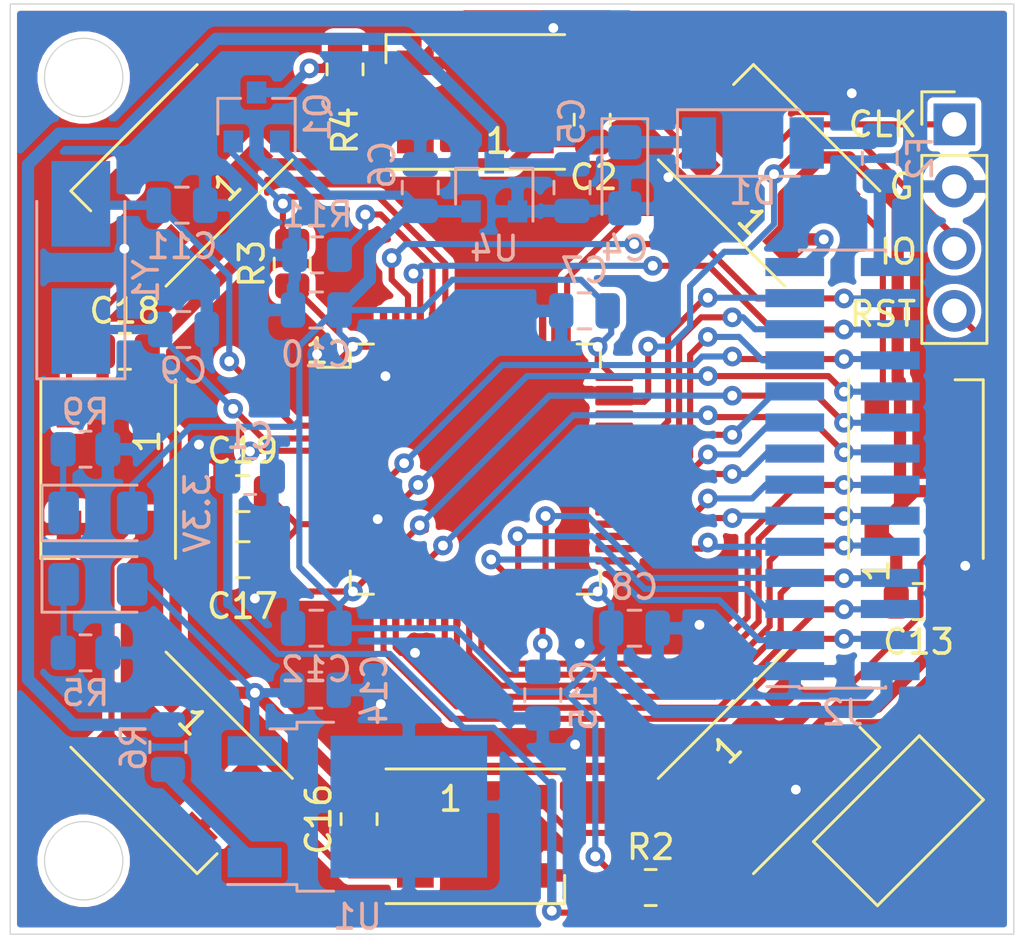
<source format=kicad_pcb>
(kicad_pcb (version 20171130) (host pcbnew 5.1.7-a382d34a8~87~ubuntu20.04.1)
  (layers (0 F.Cu signal) (31 B.Cu signal) (34 B.Paste user hide) (35 F.Paste user hide) (36 B.SilkS user hide) (37 F.SilkS user) (38 B.Mask user hide) (39 F.Mask user hide) (44 Edge.Cuts user))
  (net 0 "")
  (net 1 GND)
  (net 2 RESET)
  (net 3 PA1)
  (net 4 PB0)
  (net 5 PC1)
  (net 6 PC0)
  (net 7 PC3)
  (net 8 PC2)
  (net 9 PC6)
  (net 10 PB1)
  (net 11 PB15)
  (net 12 PB14)
  (net 13 PB13)
  (net 14 PA3)
  (net 15 PA2)
  (net 16 PA10)
  (net 17 PB10)
  (net 18 PA9)
  (net 19 PC7)
  (net 20 PA7)
  (net 21 PA6)
  (net 22 PA0)
  (net 23 PB9)
  (net 24 PB8)
  (net 25 SWD_CLK)
  (net 26 SWD_IO)
  (net 27 PB7)
  (net 28 PB5)
  (net 29 PB4)
  (net 30 PB6)
  (net 31 PA4)
  (net 32 PC15)
  (net 33 PC14)
  (net 34 PC13)
  (net 35 "Net-(U3-Pad54)")
  (net 36 "Net-(U3-Pad50)")
  (net 37 "Net-(U3-Pad33)")
  (net 38 VPP)
  (net 39 "Net-(D2-Pad1)")
  (net 40 "Net-(C9-Pad1)")
  (net 41 "Net-(C11-Pad1)")
  (net 42 "Net-(C15-Pad2)")
  (net 43 "Net-(D1-Pad2)")
  (net 44 "Net-(D3-Pad2)")
  (net 45 "Net-(R11-Pad2)")
  (net 46 PA8)
  (net 47 PA12)
  (net 48 PA11)
  (net 49 PA5)
  (net 50 PC5)
  (net 51 PC4)
  (net 52 PB2)
  (net 53 PB3)
  (net 54 "Net-(D4-Pad2)")
  (net 55 "Net-(D5-Pad2)")
  (net 56 "Net-(D7-Pad2)")
  (net 57 "Net-(D8-Pad2)")
  (net 58 "Net-(D10-Pad2)")
  (net 59 +5V)
  (net 60 "Net-(D6-Pad2)")
  (net 61 "Net-(D10-Pad4)")
  (net 62 PC12)
  (net 63 PC11)
  (net 64 PC10)
  (net 65 PC9)
  (net 66 PC8)
  (net 67 LED)
  (net 68 V_Stable)
  (net 69 +3V3)
  (net 70 "Net-(D11-Pad1)")
  (net 71 "Net-(R6-Pad1)")
  (module Diode_SMD:D_SOD-128 (layer B.Cu) (at 111.338 86.6775)
    (fp_text reference D1 (at 0 2) (layer B.SilkS) (effects (justify mirror)))
    (fp_text value Schottky)
    (pad 2 smd rect (at 2.2 0) (size 1.4 2.1) (layers B.Cu B.Paste B.Mask) (net 43 "Net-(D1-Pad2)"))
    (pad 1 smd rect (at -2.2 0) (size 1.4 2.1) (layers B.Cu B.Paste B.Mask) (net 68 V_Stable))
  )
  (module Package_TO_SOT_SMD:TO-252-2 (layer B.Cu) (at 95.182 113.792)
    (fp_text reference U1 (at 0 4.5) (layer B.SilkS) (effects (justify mirror)))
    (fp_text value L7805)
    (pad 2 smd rect (at 2.1 0) (size 6.4 5.8) (layers B.Cu B.Mask) (net 1 GND))
    (pad 3 smd rect (at -4.2 -2.28) (size 2.2 1.2) (layers B.Cu B.Paste B.Mask) (net 59 +5V))
    (pad 1 smd rect (at -4.2 2.28) (size 2.2 1.2) (layers B.Cu B.Paste B.Mask) (net 71 "Net-(R6-Pad1)"))
  )
  (module Package_TO_SOT_SMD:SOT-23 (layer B.Cu) (at 91.0615 85.614 90)
    (fp_text reference Q1 (at 0 2.5 -90) (layer B.SilkS) (effects (justify mirror)))
    (fp_text value BSS138)
    (pad 3 smd rect (at 1 0 90) (size 0.9 0.8) (layers B.Cu B.Paste B.Mask) (net 67 LED))
    (pad 2 smd rect (at -1 -0.95 90) (size 0.9 0.8) (layers B.Cu B.Paste B.Mask) (net 27 PB7))
    (pad 1 smd rect (at -1 0.95 90) (size 0.9 0.8) (layers B.Cu B.Paste B.Mask) (net 69 +3V3))
  )
  (module Connector_PinHeader_1.27mm:PinHeader_2x14_P1.27mm_Vertical_SMD (layer B.Cu) (at 115 100)
    (fp_text reference J2 (at 0 9.95) (layer B.SilkS) (effects (justify mirror)))
    (fp_text value St-Link)
    (pad 28 smd rect (at 1.95 -8.255) (size 2.4 0.74) (layers B.Cu B.Paste B.Mask) (net 38 VPP))
    (pad 27 smd rect (at -1.95 -8.255) (size 2.4 0.74) (layers B.Cu B.Paste B.Mask) (net 59 +5V))
    (pad 26 smd rect (at 1.95 -6.985) (size 2.4 0.74) (layers B.Cu B.Paste B.Mask) (net 23 PB9))
    (pad 25 smd rect (at -1.95 -6.985) (size 2.4 0.74) (layers B.Cu B.Paste B.Mask) (net 16 PA10))
    (pad 24 smd rect (at 1.95 -5.715) (size 2.4 0.74) (layers B.Cu B.Paste B.Mask) (net 24 PB8))
    (pad 23 smd rect (at -1.95 -5.715) (size 2.4 0.74) (layers B.Cu B.Paste B.Mask) (net 18 PA9))
    (pad 22 smd rect (at 1.95 -4.445) (size 2.4 0.74) (layers B.Cu B.Paste B.Mask) (net 8 PC2))
    (pad 21 smd rect (at -1.95 -4.445) (size 2.4 0.74) (layers B.Cu B.Paste B.Mask) (net 65 PC9))
    (pad 20 smd rect (at 1.95 -3.175) (size 2.4 0.74) (layers B.Cu B.Paste B.Mask) (net 7 PC3))
    (pad 19 smd rect (at -1.95 -3.175) (size 2.4 0.74) (layers B.Cu B.Paste B.Mask) (net 66 PC8))
    (pad 18 smd rect (at 1.95 -1.905) (size 2.4 0.74) (layers B.Cu B.Paste B.Mask) (net 3 PA1))
    (pad 17 smd rect (at -1.95 -1.905) (size 2.4 0.74) (layers B.Cu B.Paste B.Mask) (net 19 PC7))
    (pad 16 smd rect (at 1.95 -0.635) (size 2.4 0.74) (layers B.Cu B.Paste B.Mask) (net 15 PA2))
    (pad 15 smd rect (at -1.95 -0.635) (size 2.4 0.74) (layers B.Cu B.Paste B.Mask) (net 9 PC6))
    (pad 14 smd rect (at 1.95 0.635) (size 2.4 0.74) (layers B.Cu B.Paste B.Mask) (net 4 PB0))
    (pad 13 smd rect (at -1.95 0.635) (size 2.4 0.74) (layers B.Cu B.Paste B.Mask) (net 11 PB15))
    (pad 12 smd rect (at 1.95 1.905) (size 2.4 0.74) (layers B.Cu B.Paste B.Mask) (net 50 PC5))
    (pad 11 smd rect (at -1.95 1.905) (size 2.4 0.74) (layers B.Cu B.Paste B.Mask) (net 12 PB14))
    (pad 10 smd rect (at 1.95 3.175) (size 2.4 0.74) (layers B.Cu B.Paste B.Mask) (net 51 PC4))
    (pad 9 smd rect (at -1.95 3.175) (size 2.4 0.74) (layers B.Cu B.Paste B.Mask) (net 13 PB13))
    (pad 8 smd rect (at 1.95 4.445) (size 2.4 0.74) (layers B.Cu B.Paste B.Mask) (net 20 PA7))
    (pad 7 smd rect (at -1.95 4.445) (size 2.4 0.74) (layers B.Cu B.Paste B.Mask) (net 17 PB10))
    (pad 6 smd rect (at 1.95 5.715) (size 2.4 0.74) (layers B.Cu B.Paste B.Mask) (net 21 PA6))
    (pad 5 smd rect (at -1.95 5.715) (size 2.4 0.74) (layers B.Cu B.Paste B.Mask) (net 52 PB2))
    (pad 4 smd rect (at 1.95 6.985) (size 2.4 0.74) (layers B.Cu B.Paste B.Mask) (net 14 PA3))
    (pad 3 smd rect (at -1.95 6.985) (size 2.4 0.74) (layers B.Cu B.Paste B.Mask) (net 10 PB1))
    (pad 2 smd rect (at 1.95 8.255) (size 2.4 0.74) (layers B.Cu B.Paste B.Mask) (net 69 +3V3))
    (pad 1 smd rect (at -1.95 8.255) (size 2.4 0.74) (layers B.Cu B.Paste B.Mask) (net 1 GND))
  )
  (module Resistor_SMD:R_0805_2012Metric (layer B.Cu) (at 87.4395 111.3555 90)
    (fp_text reference R6 (at 0 -1.397 90) (layer B.SilkS) (effects (justify mirror)))
    (fp_text value 0R)
    (pad 2 smd roundrect (at 0.9125 0 90) (size 1.025 1.4) (layers B.Cu B.Paste B.Mask) (roundrect_rratio 0.243902) (net 68 V_Stable))
    (pad 1 smd roundrect (at -0.9125 0 90) (size 1.025 1.4) (layers B.Cu B.Paste B.Mask) (roundrect_rratio 0.243902) (net 71 "Net-(R6-Pad1)"))
  )
  (module Connector_PinHeader_2.54mm:PinHeader_1x04_P2.54mm_Vertical (layer F.Cu) (at 119.5705 85.9155)
    (fp_text reference J18 hide)
    (fp_text value St-Link)
    (pad 4 thru_hole oval (at 0 7.62) (size 1.7 1.7) (drill 1) (layers *.Cu *.Mask) (net 2 RESET))
    (pad 3 thru_hole oval (at 0 5.08) (size 1.7 1.7) (drill 1) (layers *.Cu *.Mask) (net 26 SWD_IO))
    (pad 2 thru_hole oval (at 0 2.54) (size 1.7 1.7) (drill 1) (layers *.Cu *.Mask) (net 1 GND))
    (pad 1 thru_hole rect (at 0 0) (size 1.7 1.7) (drill 1) (layers *.Cu *.Mask) (net 25 SWD_CLK))
  )
  (module Resistor_SMD:R_0805_2012Metric (layer B.Cu) (at 84.074 107.5055)
    (fp_text reference R5 (at 0 1.65) (layer B.SilkS) (effects (justify mirror)))
    (fp_text value RLed)
    (pad 2 smd roundrect (at 0.9125 0) (size 1.025 1.4) (layers B.Cu B.Paste B.Mask) (roundrect_rratio 0.243902) (net 1 GND))
    (pad 1 smd roundrect (at -0.9125 0) (size 1.025 1.4) (layers B.Cu B.Paste B.Mask) (roundrect_rratio 0.243902) (net 70 "Net-(D11-Pad1)"))
  )
  (module LED_SMD:LED_1206_3216Metric (layer B.Cu) (at 84.579 104.7115)
    (fp_text reference D11 hide)
    (fp_text value Power_On)
    (pad 2 smd roundrect (at 1.4 0) (size 1.25 1.75) (layers B.Cu B.Paste B.Mask) (roundrect_rratio 0.2) (net 59 +5V))
    (pad 1 smd roundrect (at -1.4 0) (size 1.25 1.75) (layers B.Cu B.Paste B.Mask) (roundrect_rratio 0.2) (net 70 "Net-(D11-Pad1)"))
  )
  (module Capacitor_SMD:C_0805_2012Metric (layer F.Cu) (at 90.5 101 180)
    (fp_text reference C19 (at 0 1.7495) (layer F.SilkS))
    (fp_text value 100nF)
    (pad 2 smd roundrect (at 0.95 0 180) (size 1 1.45) (layers F.Cu F.Paste F.Mask) (net 1 GND))
    (pad 1 smd roundrect (at -0.95 0 180) (size 1 1.45) (layers F.Cu F.Paste F.Mask) (net 69 +3V3))
  )
  (module Capacitor_SMD:C_0805_2012Metric (layer F.Cu) (at 90.5 103.7)
    (fp_text reference C17 (at -0.0125 1.9005) (layer F.SilkS))
    (fp_text value 1uF)
    (pad 2 smd roundrect (at 0.95 0) (size 1 1.45) (layers F.Cu F.Paste F.Mask) (net 69 +3V3))
    (pad 1 smd roundrect (at -0.95 0) (size 1 1.45) (layers F.Cu F.Paste F.Mask) (net 1 GND))
  )
  (module Capacitor_SMD:C_0805_2012Metric (layer B.Cu) (at 93.4695 109.0295)
    (fp_text reference C14 (at 2.413 0 270) (layer B.SilkS) (effects (justify mirror)))
    (fp_text value 100nF)
    (pad 2 smd roundrect (at 0.95 0) (size 1 1.45) (layers B.Cu B.Paste B.Mask) (net 1 GND))
    (pad 1 smd roundrect (at -0.95 0) (size 1 1.45) (layers B.Cu B.Paste B.Mask) (net 59 +5V))
  )
  (module Resistor_SMD:R_0805_2012Metric (layer F.Cu) (at 94.6785 83.6695 270)
    (fp_text reference R4 (at 2.5 0 90) (layer F.SilkS))
    (fp_text value 10K)
    (pad 2 smd roundrect (at 0.9125 0 270) (size 1.025 1.4) (layers F.Cu F.Paste F.Mask) (roundrect_rratio 0.243902) (net 59 +5V))
    (pad 1 smd roundrect (at -0.9125 0 270) (size 1.025 1.4) (layers F.Cu F.Paste F.Mask) (roundrect_rratio 0.243902) (net 67 LED))
  )
  (module Resistor_SMD:R_0805_2012Metric (layer F.Cu) (at 92.5195 91.607 90)
    (fp_text reference R3 (at 0 -1.65 90) (layer F.SilkS))
    (fp_text value 10K)
    (pad 2 smd roundrect (at 0.9125 0 90) (size 1.025 1.4) (layers F.Cu F.Paste F.Mask) (roundrect_rratio 0.243902) (net 27 PB7))
    (pad 1 smd roundrect (at -0.9125 0 90) (size 1.025 1.4) (layers F.Cu F.Paste F.Mask) (roundrect_rratio 0.243902) (net 69 +3V3))
  )
  (module Crystal:Crystal_SMD_5032-2Pin_5.0x3.2mm_HandSoldering (layer B.Cu) (at 83.8835 91.761 90)
    (fp_text reference Y1 (at -0.5715 2.667 90) (layer B.SilkS) (effects (justify mirror)))
    (fp_text value 16MHz)
    (pad 2 smd rect (at 2.6 0 90) (size 3.5 2.4) (layers B.Cu B.Paste B.Mask) (net 41 "Net-(C11-Pad1)"))
    (pad 1 smd rect (at -2.6 0 90) (size 3.5 2.4) (layers B.Cu B.Paste B.Mask) (net 40 "Net-(C9-Pad1)"))
  )
  (module Capacitor_SMD:C_0805_2012Metric (layer B.Cu) (at 106.5 106.5 180)
    (fp_text reference C8 (at 0 1.68 180) (layer B.SilkS) (effects (justify mirror)))
    (fp_text value 100nF)
    (pad 2 smd roundrect (at 0.95 0 180) (size 1 1.45) (layers B.Cu B.Paste B.Mask) (net 69 +3V3))
    (pad 1 smd roundrect (at -0.95 0 180) (size 1 1.45) (layers B.Cu B.Paste B.Mask) (net 1 GND))
  )
  (module Resistor_SMD:R_0805_2012Metric (layer F.Cu) (at 107.1645 117.094)
    (fp_text reference R2 (at 0 -1.65) (layer F.SilkS))
    (fp_text value 100k)
    (pad 2 smd roundrect (at 0.9125 0) (size 1.025 1.4) (layers F.Cu F.Paste F.Mask) (roundrect_rratio 0.243902) (net 2 RESET))
    (pad 1 smd roundrect (at -0.9125 0) (size 1.025 1.4) (layers F.Cu F.Paste F.Mask) (roundrect_rratio 0.243902) (net 69 +3V3))
  )
  (module Resistor_SMD:R_0805_2012Metric (layer F.Cu) (at 85.685 95.1865)
    (fp_text reference C18 (at 0 -1.65) (layer F.SilkS))
    (fp_text value 100nF)
    (pad 2 smd roundrect (at 0.9125 0) (size 1.025 1.4) (layers F.Cu F.Paste F.Mask) (roundrect_rratio 0.243902) (net 59 +5V))
    (pad 1 smd roundrect (at -0.9125 0) (size 1.025 1.4) (layers F.Cu F.Paste F.Mask) (roundrect_rratio 0.243902) (net 1 GND))
  )
  (module Resistor_SMD:R_0805_2012Metric (layer F.Cu) (at 95.25 114.3 90)
    (fp_text reference C16 (at 0 -1.65 90) (layer F.SilkS))
    (fp_text value 100nF)
    (pad 2 smd roundrect (at 0.9125 0 90) (size 1.025 1.4) (layers F.Cu F.Paste F.Mask) (roundrect_rratio 0.243902) (net 59 +5V))
    (pad 1 smd roundrect (at -0.9125 0 90) (size 1.025 1.4) (layers F.Cu F.Paste F.Mask) (roundrect_rratio 0.243902) (net 1 GND))
  )
  (module Resistor_SMD:R_0805_2012Metric (layer F.Cu) (at 118.11 105.41 180)
    (fp_text reference C13 (at 0 -1.65) (layer F.SilkS))
    (fp_text value 100nF)
    (pad 2 smd roundrect (at 0.9125 0 180) (size 1.025 1.4) (layers F.Cu F.Paste F.Mask) (roundrect_rratio 0.243902) (net 59 +5V))
    (pad 1 smd roundrect (at -0.9125 0 180) (size 1.025 1.4) (layers F.Cu F.Paste F.Mask) (roundrect_rratio 0.243902) (net 1 GND))
  )
  (module Package_QFP:LQFP-64_10x10mm_P0.5mm (layer F.Cu) (at 100 100)
    (fp_text reference U3 hide)
    (fp_text value STM32F411RETx)
    (pad 64 smd roundrect (at -3.75 -5.675) (size 0.3 1.55) (layers F.Cu F.Paste F.Mask) (net 69 +3V3))
    (pad 63 smd roundrect (at -3.25 -5.675) (size 0.3 1.55) (layers F.Cu F.Paste F.Mask) (net 1 GND))
    (pad 62 smd roundrect (at -2.75 -5.675) (size 0.3 1.55) (layers F.Cu F.Paste F.Mask) (net 23 PB9))
    (pad 61 smd roundrect (at -2.25 -5.675) (size 0.3 1.55) (layers F.Cu F.Paste F.Mask) (net 24 PB8))
    (pad 60 smd roundrect (at -1.75 -5.675) (size 0.3 1.55) (layers F.Cu F.Paste F.Mask) (net 45 "Net-(R11-Pad2)"))
    (pad 59 smd roundrect (at -1.25 -5.675) (size 0.3 1.55) (layers F.Cu F.Paste F.Mask) (net 27 PB7))
    (pad 58 smd roundrect (at -0.75 -5.675) (size 0.3 1.55) (layers F.Cu F.Paste F.Mask) (net 30 PB6))
    (pad 57 smd roundrect (at -0.25 -5.675) (size 0.3 1.55) (layers F.Cu F.Paste F.Mask) (net 28 PB5))
    (pad 56 smd roundrect (at 0.25 -5.675) (size 0.3 1.55) (layers F.Cu F.Paste F.Mask) (net 29 PB4))
    (pad 55 smd roundrect (at 0.75 -5.675) (size 0.3 1.55) (layers F.Cu F.Paste F.Mask) (net 53 PB3))
    (pad 54 smd roundrect (at 1.25 -5.675) (size 0.3 1.55) (layers F.Cu F.Paste F.Mask) (net 35 "Net-(U3-Pad54)"))
    (pad 53 smd roundrect (at 1.75 -5.675) (size 0.3 1.55) (layers F.Cu F.Paste F.Mask) (net 62 PC12))
    (pad 52 smd roundrect (at 2.25 -5.675) (size 0.3 1.55) (layers F.Cu F.Paste F.Mask) (net 63 PC11))
    (pad 51 smd roundrect (at 2.75 -5.675) (size 0.3 1.55) (layers F.Cu F.Paste F.Mask) (net 64 PC10))
    (pad 50 smd roundrect (at 3.25 -5.675) (size 0.3 1.55) (layers F.Cu F.Paste F.Mask) (net 36 "Net-(U3-Pad50)"))
    (pad 49 smd roundrect (at 3.75 -5.675) (size 0.3 1.55) (layers F.Cu F.Paste F.Mask) (net 25 SWD_CLK))
    (pad 48 smd roundrect (at 5.675 -3.75) (size 1.55 0.3) (layers F.Cu F.Paste F.Mask) (net 69 +3V3))
    (pad 47 smd roundrect (at 5.675 -3.25) (size 1.55 0.3) (layers F.Cu F.Paste F.Mask) (net 1 GND))
    (pad 46 smd roundrect (at 5.675 -2.75) (size 1.55 0.3) (layers F.Cu F.Paste F.Mask) (net 26 SWD_IO))
    (pad 45 smd roundrect (at 5.675 -2.25) (size 1.55 0.3) (layers F.Cu F.Paste F.Mask) (net 47 PA12))
    (pad 44 smd roundrect (at 5.675 -1.75) (size 1.55 0.3) (layers F.Cu F.Paste F.Mask) (net 48 PA11))
    (pad 43 smd roundrect (at 5.675 -1.25) (size 1.55 0.3) (layers F.Cu F.Paste F.Mask) (net 16 PA10))
    (pad 42 smd roundrect (at 5.675 -0.75) (size 1.55 0.3) (layers F.Cu F.Paste F.Mask) (net 18 PA9))
    (pad 41 smd roundrect (at 5.675 -0.25) (size 1.55 0.3) (layers F.Cu F.Paste F.Mask) (net 46 PA8))
    (pad 40 smd roundrect (at 5.675 0.25) (size 1.55 0.3) (layers F.Cu F.Paste F.Mask) (net 65 PC9))
    (pad 39 smd roundrect (at 5.675 0.75) (size 1.55 0.3) (layers F.Cu F.Paste F.Mask) (net 66 PC8))
    (pad 38 smd roundrect (at 5.675 1.25) (size 1.55 0.3) (layers F.Cu F.Paste F.Mask) (net 19 PC7))
    (pad 37 smd roundrect (at 5.675 1.75) (size 1.55 0.3) (layers F.Cu F.Paste F.Mask) (net 9 PC6))
    (pad 36 smd roundrect (at 5.675 2.25) (size 1.55 0.3) (layers F.Cu F.Paste F.Mask) (net 11 PB15))
    (pad 35 smd roundrect (at 5.675 2.75) (size 1.55 0.3) (layers F.Cu F.Paste F.Mask) (net 12 PB14))
    (pad 34 smd roundrect (at 5.675 3.25) (size 1.55 0.3) (layers F.Cu F.Paste F.Mask) (net 13 PB13))
    (pad 33 smd roundrect (at 5.675 3.75) (size 1.55 0.3) (layers F.Cu F.Paste F.Mask) (net 37 "Net-(U3-Pad33)"))
    (pad 32 smd roundrect (at 3.75 5.675) (size 0.3 1.55) (layers F.Cu F.Paste F.Mask) (net 69 +3V3))
    (pad 31 smd roundrect (at 3.25 5.675) (size 0.3 1.55) (layers F.Cu F.Paste F.Mask) (net 1 GND))
    (pad 30 smd roundrect (at 2.75 5.675) (size 0.3 1.55) (layers F.Cu F.Paste F.Mask) (net 42 "Net-(C15-Pad2)"))
    (pad 29 smd roundrect (at 2.25 5.675) (size 0.3 1.55) (layers F.Cu F.Paste F.Mask) (net 17 PB10))
    (pad 28 smd roundrect (at 1.75 5.675) (size 0.3 1.55) (layers F.Cu F.Paste F.Mask) (net 52 PB2))
    (pad 27 smd roundrect (at 1.25 5.675) (size 0.3 1.55) (layers F.Cu F.Paste F.Mask) (net 10 PB1))
    (pad 26 smd roundrect (at 0.75 5.675) (size 0.3 1.55) (layers F.Cu F.Paste F.Mask) (net 4 PB0))
    (pad 25 smd roundrect (at 0.25 5.675) (size 0.3 1.55) (layers F.Cu F.Paste F.Mask) (net 50 PC5))
    (pad 24 smd roundrect (at -0.25 5.675) (size 0.3 1.55) (layers F.Cu F.Paste F.Mask) (net 51 PC4))
    (pad 23 smd roundrect (at -0.75 5.675) (size 0.3 1.55) (layers F.Cu F.Paste F.Mask) (net 20 PA7))
    (pad 22 smd roundrect (at -1.25 5.675) (size 0.3 1.55) (layers F.Cu F.Paste F.Mask) (net 21 PA6))
    (pad 21 smd roundrect (at -1.75 5.675) (size 0.3 1.55) (layers F.Cu F.Paste F.Mask) (net 49 PA5))
    (pad 20 smd roundrect (at -2.25 5.675) (size 0.3 1.55) (layers F.Cu F.Paste F.Mask) (net 31 PA4))
    (pad 19 smd roundrect (at -2.75 5.675) (size 0.3 1.55) (layers F.Cu F.Paste F.Mask) (net 69 +3V3))
    (pad 18 smd roundrect (at -3.25 5.675) (size 0.3 1.55) (layers F.Cu F.Paste F.Mask) (net 1 GND))
    (pad 17 smd roundrect (at -3.75 5.675) (size 0.3 1.55) (layers F.Cu F.Paste F.Mask) (net 14 PA3))
    (pad 16 smd roundrect (at -5.675 3.75) (size 1.55 0.3) (layers F.Cu F.Paste F.Mask) (net 15 PA2))
    (pad 15 smd roundrect (at -5.675 3.25) (size 1.55 0.3) (layers F.Cu F.Paste F.Mask) (net 3 PA1))
    (pad 14 smd roundrect (at -5.675 2.75) (size 1.55 0.3) (layers F.Cu F.Paste F.Mask) (net 22 PA0))
    (pad 13 smd roundrect (at -5.675 2.25) (size 1.55 0.3) (layers F.Cu F.Paste F.Mask) (net 69 +3V3))
    (pad 12 smd roundrect (at -5.675 1.75) (size 1.55 0.3) (layers F.Cu F.Paste F.Mask) (net 1 GND))
    (pad 11 smd roundrect (at -5.675 1.25) (size 1.55 0.3) (layers F.Cu F.Paste F.Mask) (net 7 PC3))
    (pad 10 smd roundrect (at -5.675 0.75) (size 1.55 0.3) (layers F.Cu F.Paste F.Mask) (net 8 PC2))
    (pad 9 smd roundrect (at -5.675 0.25) (size 1.55 0.3) (layers F.Cu F.Paste F.Mask) (net 5 PC1))
    (pad 8 smd roundrect (at -5.675 -0.25) (size 1.55 0.3) (layers F.Cu F.Paste F.Mask) (net 6 PC0))
    (pad 7 smd roundrect (at -5.675 -0.75) (size 1.55 0.3) (layers F.Cu F.Paste F.Mask) (net 2 RESET))
    (pad 6 smd roundrect (at -5.675 -1.25) (size 1.55 0.3) (layers F.Cu F.Paste F.Mask) (net 40 "Net-(C9-Pad1)"))
    (pad 5 smd roundrect (at -5.675 -1.75) (size 1.55 0.3) (layers F.Cu F.Paste F.Mask) (net 41 "Net-(C11-Pad1)"))
    (pad 4 smd roundrect (at -5.675 -2.25) (size 1.55 0.3) (layers F.Cu F.Paste F.Mask) (net 32 PC15))
    (pad 3 smd roundrect (at -5.675 -2.75) (size 1.55 0.3) (layers F.Cu F.Paste F.Mask) (net 33 PC14))
    (pad 2 smd roundrect (at -5.675 -3.25) (size 1.55 0.3) (layers F.Cu F.Paste F.Mask) (net 34 PC13))
    (pad 1 smd roundrect (at -5.675 -3.75) (size 1.55 0.3) (layers F.Cu F.Paste F.Mask) (net 69 +3V3))
  )
  (module LED_SMD:LED_WS2812B_PLCC4_5.0x5.0mm_P3.2mm (layer F.Cu) (at 88 88 225)
    (fp_text reference D10 hide)
    (fp_text value WS2812B)
    (fp_text user 1 (at -0.987828 -1.632002 45) (layer F.SilkS))
    (pad 1 smd rect (at -2.45 -1.6 225) (size 1.5 1) (layers F.Cu F.Paste F.Mask) (net 59 +5V))
    (pad 2 smd rect (at -2.45 1.6 225) (size 1.5 1) (layers F.Cu F.Paste F.Mask) (net 58 "Net-(D10-Pad2)"))
    (pad 4 smd rect (at 2.45 -1.6 225) (size 1.5 1) (layers F.Cu F.Paste F.Mask) (net 61 "Net-(D10-Pad4)"))
    (pad 3 smd rect (at 2.45 1.6 225) (size 1.5 1) (layers F.Cu F.Paste F.Mask) (net 1 GND))
  )
  (module LED_SMD:LED_WS2812B_PLCC4_5.0x5.0mm_P3.2mm (layer F.Cu) (at 85 100 270)
    (fp_text reference D9 hide)
    (fp_text value WS2812B)
    (fp_text user 1 (at -1.1305 -1.6 90) (layer F.SilkS))
    (pad 1 smd rect (at -2.45 -1.6 270) (size 1.5 1) (layers F.Cu F.Paste F.Mask) (net 59 +5V))
    (pad 2 smd rect (at -2.45 1.6 270) (size 1.5 1) (layers F.Cu F.Paste F.Mask) (net 61 "Net-(D10-Pad4)"))
    (pad 4 smd rect (at 2.45 -1.6 270) (size 1.5 1) (layers F.Cu F.Paste F.Mask) (net 57 "Net-(D8-Pad2)"))
    (pad 3 smd rect (at 2.45 1.6 270) (size 1.5 1) (layers F.Cu F.Paste F.Mask) (net 1 GND))
  )
  (module LED_SMD:LED_WS2812B_PLCC4_5.0x5.0mm_P3.2mm (layer F.Cu) (at 88 112 315)
    (fp_text reference D8 hide)
    (fp_text value WS2812B)
    (fp_text user 1 (at -0.880348 -1.524522 135) (layer F.SilkS))
    (pad 1 smd rect (at -2.45 -1.6 315) (size 1.5 1) (layers F.Cu F.Paste F.Mask) (net 59 +5V))
    (pad 2 smd rect (at -2.45 1.6 315) (size 1.5 1) (layers F.Cu F.Paste F.Mask) (net 57 "Net-(D8-Pad2)"))
    (pad 4 smd rect (at 2.45 -1.6 315) (size 1.5 1) (layers F.Cu F.Paste F.Mask) (net 56 "Net-(D7-Pad2)"))
    (pad 3 smd rect (at 2.45 1.6 315) (size 1.5 1) (layers F.Cu F.Paste F.Mask) (net 1 GND))
  )
  (module LED_SMD:LED_WS2812B_PLCC4_5.0x5.0mm_P3.2mm (layer F.Cu) (at 100 115)
    (fp_text reference D7 hide)
    (fp_text value WS2812B)
    (fp_text user 1 (at -1.0035 -1.5255) (layer F.SilkS))
    (pad 1 smd rect (at -2.45 -1.6) (size 1.5 1) (layers F.Cu F.Paste F.Mask) (net 59 +5V))
    (pad 2 smd rect (at -2.45 1.6) (size 1.5 1) (layers F.Cu F.Paste F.Mask) (net 56 "Net-(D7-Pad2)"))
    (pad 4 smd rect (at 2.45 -1.6) (size 1.5 1) (layers F.Cu F.Paste F.Mask) (net 60 "Net-(D6-Pad2)"))
    (pad 3 smd rect (at 2.45 1.6) (size 1.5 1) (layers F.Cu F.Paste F.Mask) (net 1 GND))
  )
  (module LED_SMD:LED_WS2812B_PLCC4_5.0x5.0mm_P3.2mm (layer F.Cu) (at 112 112 45)
    (fp_text reference D6 hide)
    (fp_text value WS2812B)
    (fp_text user 1 (at -0.808223 -1.596647 45) (layer F.SilkS))
    (pad 1 smd rect (at -2.45 -1.6 45) (size 1.5 1) (layers F.Cu F.Paste F.Mask) (net 59 +5V))
    (pad 2 smd rect (at -2.45 1.6 45) (size 1.5 1) (layers F.Cu F.Paste F.Mask) (net 60 "Net-(D6-Pad2)"))
    (pad 4 smd rect (at 2.45 -1.6 45) (size 1.5 1) (layers F.Cu F.Paste F.Mask) (net 55 "Net-(D5-Pad2)"))
    (pad 3 smd rect (at 2.45 1.6 45) (size 1.5 1) (layers F.Cu F.Paste F.Mask) (net 1 GND))
  )
  (module LED_SMD:LED_WS2812B_PLCC4_5.0x5.0mm_P3.2mm (layer F.Cu) (at 118 100 90)
    (fp_text reference D5 hide)
    (fp_text value WS2812B)
    (fp_text user 1 (at -4.15 -1.6 90) (layer F.SilkS))
    (pad 1 smd rect (at -2.45 -1.6 90) (size 1.5 1) (layers F.Cu F.Paste F.Mask) (net 59 +5V))
    (pad 2 smd rect (at -2.45 1.6 90) (size 1.5 1) (layers F.Cu F.Paste F.Mask) (net 55 "Net-(D5-Pad2)"))
    (pad 4 smd rect (at 2.45 -1.6 90) (size 1.5 1) (layers F.Cu F.Paste F.Mask) (net 54 "Net-(D4-Pad2)"))
    (pad 3 smd rect (at 2.45 1.6 90) (size 1.5 1) (layers F.Cu F.Paste F.Mask) (net 1 GND))
  )
  (module LED_SMD:LED_WS2812B_PLCC4_5.0x5.0mm_P3.2mm (layer F.Cu) (at 112 88 135)
    (fp_text reference D4 hide)
    (fp_text value WS2812B)
    (fp_text user 1 (at -0.825901 -1.79393 135) (layer F.SilkS))
    (pad 1 smd rect (at -2.45 -1.6 135) (size 1.5 1) (layers F.Cu F.Paste F.Mask) (net 59 +5V))
    (pad 2 smd rect (at -2.45 1.6 135) (size 1.5 1) (layers F.Cu F.Paste F.Mask) (net 54 "Net-(D4-Pad2)"))
    (pad 4 smd rect (at 2.45 -1.6 135) (size 1.5 1) (layers F.Cu F.Paste F.Mask) (net 44 "Net-(D3-Pad2)"))
    (pad 3 smd rect (at 2.45 1.6 135) (size 1.5 1) (layers F.Cu F.Paste F.Mask) (net 1 GND))
  )
  (module LED_SMD:LED_WS2812B_PLCC4_5.0x5.0mm_P3.2mm (layer F.Cu) (at 100 85 180)
    (fp_text reference D3 hide)
    (fp_text value WS2812B)
    (fp_text user 1 (at -0.9015 -1.6) (layer F.SilkS))
    (pad 1 smd rect (at -2.45 -1.6 180) (size 1.5 1) (layers F.Cu F.Paste F.Mask) (net 59 +5V))
    (pad 2 smd rect (at -2.45 1.6 180) (size 1.5 1) (layers F.Cu F.Paste F.Mask) (net 44 "Net-(D3-Pad2)"))
    (pad 4 smd rect (at 2.45 -1.6 180) (size 1.5 1) (layers F.Cu F.Paste F.Mask) (net 67 LED))
    (pad 3 smd rect (at 2.45 1.6 180) (size 1.5 1) (layers F.Cu F.Paste F.Mask) (net 1 GND))
  )
  (module Resistor_SMD:R_0805_2012Metric (layer F.Cu) (at 104.775 85.725 270)
    (fp_text reference C2 (at 2.3495 -0.0635 180) (layer F.SilkS))
    (fp_text value 100nF)
    (pad 2 smd roundrect (at 0.9125 0 270) (size 1.025 1.4) (layers F.Cu F.Paste F.Mask) (roundrect_rratio 0.243902) (net 59 +5V))
    (pad 1 smd roundrect (at -0.9125 0 270) (size 1.025 1.4) (layers F.Cu F.Paste F.Mask) (roundrect_rratio 0.243902) (net 1 GND))
  )
  (module Button_Switch_SMD:SW_SPST_CK_RS282G05A3 (layer F.Cu) (at 117.2845 114.3635 45)
    (fp_text reference SW1 hide)
    (fp_text value SW_Push)
    (pad 1 smd rect (at -3.9 0 45) (size 1.5 1.5) (layers F.Cu F.Paste F.Mask) (net 2 RESET))
    (pad 2 smd rect (at 3.9 0 45) (size 1.5 1.5) (layers F.Cu F.Paste F.Mask) (net 1 GND))
  )
  (module Resistor_SMD:R_0805_2012Metric (layer B.Cu) (at 90.8 100.3 180)
    (fp_text reference C1 (at 0 1.65) (layer B.SilkS) (effects (justify mirror)))
    (fp_text value 100nF)
    (pad 2 smd roundrect (at 0.9125 0 180) (size 1.025 1.4) (layers B.Cu B.Paste B.Mask) (roundrect_rratio 0.243902) (net 2 RESET))
    (pad 1 smd roundrect (at -0.9125 0 180) (size 1.025 1.4) (layers B.Cu B.Paste B.Mask) (roundrect_rratio 0.243902) (net 1 GND))
  )
  (module Package_TO_SOT_SMD:SOT-23 (layer B.Cu) (at 100.7745 88.4715 90)
    (fp_text reference U4 (at -2.524 0 180) (layer B.SilkS) (effects (justify mirror)))
    (fp_text value MCP1703A-3302_SOT23)
    (pad 3 smd rect (at 1 0 90) (size 0.9 0.8) (layers B.Cu B.Paste B.Mask) (net 68 V_Stable))
    (pad 2 smd rect (at -1 -0.95 90) (size 0.9 0.8) (layers B.Cu B.Paste B.Mask) (net 69 +3V3))
    (pad 1 smd rect (at -1 0.95 90) (size 0.9 0.8) (layers B.Cu B.Paste B.Mask) (net 1 GND))
  )
  (module Resistor_SMD:R_0805_2012Metric (layer B.Cu) (at 93.5355 91.2495)
    (fp_text reference R11 (at 0 -1.651) (layer B.SilkS) (effects (justify mirror)))
    (fp_text value 100K)
    (pad 2 smd roundrect (at 0.9125 0) (size 1.025 1.4) (layers B.Cu B.Paste B.Mask) (roundrect_rratio 0.243902) (net 45 "Net-(R11-Pad2)"))
    (pad 1 smd roundrect (at -0.9125 0) (size 1.025 1.4) (layers B.Cu B.Paste B.Mask) (roundrect_rratio 0.243902) (net 1 GND))
  )
  (module Resistor_SMD:R_0805_2012Metric (layer B.Cu) (at 84.074 99.187)
    (fp_text reference R9 (at 0 -1.524) (layer B.SilkS) (effects (justify mirror)))
    (fp_text value RLed)
    (pad 2 smd roundrect (at 0.9125 0) (size 1.025 1.4) (layers B.Cu B.Paste B.Mask) (roundrect_rratio 0.243902) (net 1 GND))
    (pad 1 smd roundrect (at -0.9125 0) (size 1.025 1.4) (layers B.Cu B.Paste B.Mask) (roundrect_rratio 0.243902) (net 39 "Net-(D2-Pad1)"))
  )
  (module Fuse:Fuse_0805_2012Metric (layer B.Cu) (at 116.5225 87.2975 90)
    (fp_text reference F2 (at 0 1.65 90) (layer B.SilkS) (effects (justify mirror)))
    (fp_text value Fuse)
    (pad 2 smd roundrect (at 0.9375 0 90) (size 0.975 1.4) (layers B.Cu B.Paste B.Mask) (net 43 "Net-(D1-Pad2)"))
    (pad 1 smd roundrect (at -0.9375 0 90) (size 0.975 1.4) (layers B.Cu B.Paste B.Mask) (net 38 VPP))
  )
  (module LED_SMD:LED_1206_3216Metric (layer B.Cu) (at 84.582 101.7905)
    (fp_text reference D2 hide)
    (fp_text value Power_On)
    (pad 2 smd roundrect (at 1.4 0) (size 1.25 1.75) (layers B.Cu B.Paste B.Mask) (roundrect_rratio 0.2) (net 69 +3V3))
    (pad 1 smd roundrect (at -1.4 0) (size 1.25 1.75) (layers B.Cu B.Paste B.Mask) (roundrect_rratio 0.2) (net 39 "Net-(D2-Pad1)"))
  )
  (module Capacitor_SMD:C_0805_2012Metric (layer B.Cu) (at 102.7557 109.2327 90)
    (fp_text reference C15 (at 0 1.68 270) (layer B.SilkS) (effects (justify mirror)))
    (fp_text value 2.2uF)
    (pad 2 smd roundrect (at 0.95 0 90) (size 1 1.45) (layers B.Cu B.Paste B.Mask) (net 42 "Net-(C15-Pad2)"))
    (pad 1 smd roundrect (at -0.95 0 90) (size 1 1.45) (layers B.Cu B.Paste B.Mask) (net 1 GND))
  )
  (module Capacitor_SMD:C_0805_2012Metric (layer B.Cu) (at 93.5 106.5)
    (fp_text reference C12 (at 0 1.68) (layer B.SilkS) (effects (justify mirror)))
    (fp_text value 100nF)
    (pad 2 smd roundrect (at 0.95 0) (size 1 1.45) (layers B.Cu B.Paste B.Mask) (net 69 +3V3))
    (pad 1 smd roundrect (at -0.95 0) (size 1 1.45) (layers B.Cu B.Paste B.Mask) (net 1 GND))
  )
  (module Capacitor_SMD:C_0805_2012Metric (layer B.Cu) (at 88.0135 89.2175)
    (fp_text reference C11 (at 0 1.68) (layer B.SilkS) (effects (justify mirror)))
    (fp_text value 20pF)
    (pad 2 smd roundrect (at 0.95 0) (size 1 1.45) (layers B.Cu B.Paste B.Mask) (net 1 GND))
    (pad 1 smd roundrect (at -0.95 0) (size 1 1.45) (layers B.Cu B.Paste B.Mask) (net 41 "Net-(C11-Pad1)"))
  )
  (module Capacitor_SMD:C_0805_2012Metric (layer B.Cu) (at 93.5 93.5 180)
    (fp_text reference C10 (at 0 -1.8135) (layer B.SilkS) (effects (justify mirror)))
    (fp_text value 100nF)
    (pad 2 smd roundrect (at 0.95 0 180) (size 1 1.45) (layers B.Cu B.Paste B.Mask) (net 1 GND))
    (pad 1 smd roundrect (at -0.95 0 180) (size 1 1.45) (layers B.Cu B.Paste B.Mask) (net 69 +3V3))
  )
  (module Capacitor_SMD:C_0805_2012Metric (layer B.Cu) (at 88.077 94.2975)
    (fp_text reference C9 (at 0 1.68) (layer B.SilkS) (effects (justify mirror)))
    (fp_text value 20pF)
    (pad 2 smd roundrect (at 0.95 0) (size 1 1.45) (layers B.Cu B.Paste B.Mask) (net 1 GND))
    (pad 1 smd roundrect (at -0.95 0) (size 1 1.45) (layers B.Cu B.Paste B.Mask) (net 40 "Net-(C9-Pad1)"))
  )
  (module Capacitor_SMD:C_0805_2012Metric (layer B.Cu) (at 104.4575 93.5355)
    (fp_text reference C7 (at 0 -1.651) (layer B.SilkS) (effects (justify mirror)))
    (fp_text value 100nF)
    (pad 2 smd roundrect (at 0.95 0) (size 1 1.45) (layers B.Cu B.Paste B.Mask) (net 69 +3V3))
    (pad 1 smd roundrect (at -0.95 0) (size 1 1.45) (layers B.Cu B.Paste B.Mask) (net 1 GND))
  )
  (module Capacitor_SMD:C_0805_2012Metric (layer B.Cu) (at 97.75 88.5 90)
    (fp_text reference C6 (at 0.9335 -1.5475 90) (layer B.SilkS) (effects (justify mirror)))
    (fp_text value 4.7uF)
    (pad 2 smd roundrect (at 0.95 0 90) (size 1 1.45) (layers B.Cu B.Paste B.Mask) (net 1 GND))
    (pad 1 smd roundrect (at -0.95 0 90) (size 1 1.45) (layers B.Cu B.Paste B.Mask) (net 69 +3V3))
  )
  (module Capacitor_SMD:C_0805_2012Metric (layer B.Cu) (at 103.9495 88.5 270)
    (fp_text reference C5 (at -2.7115 0 90) (layer B.SilkS) (effects (justify mirror)))
    (fp_text value 4.7uF)
    (pad 2 smd roundrect (at 0.95 0 270) (size 1 1.45) (layers B.Cu B.Paste B.Mask) (net 1 GND))
    (pad 1 smd roundrect (at -0.95 0 270) (size 1 1.45) (layers B.Cu B.Paste B.Mask) (net 68 V_Stable))
  )
  (module Capacitor_Tantalum_SMD:CP_EIA-3216-18_Kemet-A (layer B.Cu) (at 106.1085 87.9945 270)
    (fp_text reference C4 (at 3.001 0 180) (layer B.SilkS) (effects (justify mirror)))
    (fp_text value 10uF)
    (pad 2 smd roundrect (at 1.35 0 270) (size 1.4 1.35) (layers B.Cu B.Paste B.Mask) (roundrect_rratio 0.185185) (net 1 GND))
    (pad 1 smd roundrect (at -1.35 0 270) (size 1.4 1.35) (layers B.Cu B.Paste B.Mask) (roundrect_rratio 0.185185) (net 68 V_Stable))
  )
  (gr_text 1 (at 93.5355 95.1865) (layer F.SilkS) (effects (font (size 1 1))))
  (gr_text CLK (at 116.6495 85.9155) (layer F.SilkS) (effects (font (size 1 1))))
  (gr_text 3.3V (at 88.646 101.7905 90) (layer B.SilkS) (effects (font (size 1 1)) (justify mirror)))
  (gr_text G (at 117.4115 88.4555) (layer F.SilkS) (effects (font (size 1 1))))
  (gr_text IO (at 117.2845 91.1225) (layer F.SilkS) (effects (font (size 1 1))))
  (gr_text RST (at 116.6495 93.6625) (layer F.SilkS) (effects (font (size 1 1))))
  (gr_line (start 81 119) (end 81 81) (layer Edge.Cuts) (width 0.05))
  (gr_line (start 122 119) (end 81 119) (layer Edge.Cuts) (width 0.05))
  (gr_line (start 122 81) (end 122 119) (layer Edge.Cuts) (width 0.05))
  (gr_line (start 81 81) (end 122 81) (layer Edge.Cuts) (width 0.05))
  (gr_circle (center 84 84) (end 85.6 84) (layer Edge.Cuts) (width 0.05))
  (gr_circle (center 84 116) (end 85.6 116) (layer Edge.Cuts) (width 0.05))
  (segment (start 96.75 105.675) (end 96.75 107.291) (width 0.25) (layer F.Cu) (net 1))
  (segment (start 96.75 107.291) (end 96.9645 107.5055) (width 0.25) (layer F.Cu) (net 1))
  (segment (start 96.9645 107.5055) (end 97.536 107.5055) (width 0.25) (layer F.Cu) (net 1))
  (segment (start 97.536 107.5055) (end 97.536 107.5055) (width 0.25) (layer F.Cu) (net 1))
  (via (at 97.536 107.5055) (size 0.8) (drill 0.4) (layers F.Cu B.Cu) (net 1))
  (via (at 104.267 107.1245) (size 0.8) (drill 0.4) (layers F.Cu B.Cu) (net 1))
  (segment (start 103.985798 107.2515) (end 104.267 107.2515) (width 0.25) (layer F.Cu) (net 1))
  (segment (start 103.25 106.515702) (end 103.985798 107.2515) (width 0.25) (layer F.Cu) (net 1))
  (segment (start 103.25 105.675) (end 103.25 106.515702) (width 0.25) (layer F.Cu) (net 1))
  (via (at 96.012 102.0445) (size 0.8) (drill 0.4) (layers F.Cu B.Cu) (net 1))
  (segment (start 95.7175 101.75) (end 96.012 102.0445) (width 0.25) (layer F.Cu) (net 1))
  (segment (start 94.325 101.75) (end 95.7175 101.75) (width 0.25) (layer F.Cu) (net 1))
  (segment (start 96.75 94.325) (end 96.75 95.4165) (width 0.25) (layer F.Cu) (net 1))
  (segment (start 105.675 96.75) (end 104.164 96.75) (width 0.25) (layer F.Cu) (net 1))
  (via (at 120.015 103.9495) (size 0.8) (drill 0.4) (layers F.Cu B.Cu) (net 1))
  (via (at 88.7095 98.9965) (size 0.8) (drill 0.4) (layers F.Cu B.Cu) (net 1))
  (via (at 109.1565 106.3625) (size 0.8) (drill 0.4) (layers F.Cu B.Cu) (net 1))
  (via (at 113.0935 113.0935) (size 0.8) (drill 0.4) (layers F.Cu B.Cu) (net 1))
  (via (at 93.5355 95.3135) (size 0.8) (drill 0.4) (layers F.Cu B.Cu) (net 1))
  (via (at 107.8865 88.0745) (size 0.8) (drill 0.4) (layers F.Cu B.Cu) (net 1))
  (segment (start 102.746001 81.380499) (end 106.272499 81.380499) (width 0.25) (layer B.Cu) (net 1))
  (segment (start 101.5365 82.59) (end 102.746001 81.380499) (width 0.25) (layer B.Cu) (net 1))
  (via (at 103.1875 81.9785) (size 0.8) (drill 0.4) (layers F.Cu B.Cu) (net 1))
  (segment (start 99.569501 81.380499) (end 105.510499 81.380499) (width 0.25) (layer F.Cu) (net 1))
  (segment (start 97.55 83.4) (end 99.569501 81.380499) (width 0.25) (layer F.Cu) (net 1))
  (via (at 96.3295 96.2025) (size 0.8) (drill 0.4) (layers F.Cu B.Cu) (net 1))
  (via (at 115.3795 84.6455) (size 0.8) (drill 0.4) (layers F.Cu B.Cu) (net 1))
  (via (at 96.139 109.601) (size 0.8) (drill 0.4) (layers F.Cu B.Cu) (net 1))
  (via (at 104.0765 111.252) (size 0.8) (drill 0.4) (layers F.Cu B.Cu) (net 1))
  (via (at 90.9955 105.283) (size 0.8) (drill 0.4) (layers F.Cu B.Cu) (net 1))
  (via (at 85.6615 90.9955) (size 0.8) (drill 0.4) (layers F.Cu B.Cu) (net 1))
  (via (at 90.7923 99.2759) (size 0.8) (drill 0.4) (layers F.Cu B.Cu) (net 2))
  (segment (start 90.8182 99.25) (end 90.7923 99.2759) (width 0.25) (layer F.Cu) (net 2))
  (segment (start 94.325 99.25) (end 90.8182 99.25) (width 0.25) (layer F.Cu) (net 2))
  (segment (start 89.8875 100.1807) (end 90.7923 99.2759) (width 0.25) (layer B.Cu) (net 2))
  (segment (start 89.8875 100.3) (end 89.8875 100.1807) (width 0.25) (layer B.Cu) (net 2))
  (via (at 103.124 118.0465) (size 0.8) (drill 0.4) (layers F.Cu B.Cu) (net 2))
  (segment (start 108.104216 117.121216) (end 108.077 117.094) (width 0.25) (layer F.Cu) (net 2))
  (segment (start 114.526784 117.121216) (end 108.104216 117.121216) (width 0.25) (layer F.Cu) (net 2))
  (segment (start 103.19651 118.11901) (end 103.124 118.0465) (width 0.25) (layer F.Cu) (net 2))
  (segment (start 107.05199 118.11901) (end 103.19651 118.11901) (width 0.25) (layer F.Cu) (net 2))
  (segment (start 108.077 117.094) (end 107.05199 118.11901) (width 0.25) (layer F.Cu) (net 2))
  (segment (start 118.019284 117.121216) (end 114.526784 117.121216) (width 0.25) (layer F.Cu) (net 2))
  (segment (start 121.47901 113.66149) (end 118.019284 117.121216) (width 0.25) (layer F.Cu) (net 2))
  (segment (start 121.47901 95.44401) (end 121.47901 95.69099) (width 0.25) (layer F.Cu) (net 2))
  (segment (start 119.5705 93.5355) (end 121.47901 95.44401) (width 0.25) (layer F.Cu) (net 2))
  (segment (start 121.47901 95.69099) (end 121.47901 113.66149) (width 0.25) (layer F.Cu) (net 2))
  (segment (start 89.8875 105.5085) (end 89.8875 100.3) (width 0.38) (layer B.Cu) (net 2))
  (segment (start 103.124 118.0465) (end 103.124 112.831998) (width 0.38) (layer B.Cu) (net 2))
  (segment (start 103.124 112.948998) (end 103.124 118.0465) (width 0.25) (layer B.Cu) (net 2))
  (segment (start 100.742001 110.566999) (end 103.124 112.948998) (width 0.25) (layer B.Cu) (net 2))
  (segment (start 99.524497 110.566999) (end 100.742001 110.566999) (width 0.25) (layer B.Cu) (net 2))
  (segment (start 96.507508 107.55001) (end 99.524497 110.566999) (width 0.25) (layer B.Cu) (net 2))
  (segment (start 91.92901 107.55001) (end 96.507508 107.55001) (width 0.25) (layer B.Cu) (net 2))
  (segment (start 89.8875 105.5085) (end 91.92901 107.55001) (width 0.25) (layer B.Cu) (net 2))
  (via (at 115.062 98.1075) (size 0.8) (drill 0.4) (layers F.Cu B.Cu) (net 3))
  (segment (start 116.7875 98.1075) (end 116.8 98.095) (width 0.25) (layer B.Cu) (net 3))
  (segment (start 115.062 98.1075) (end 116.7875 98.1075) (width 0.25) (layer B.Cu) (net 3))
  (segment (start 97.9805 102.489) (end 97.9805 102.489) (width 0.25) (layer F.Cu) (net 3))
  (via (at 97.7265 102.2985) (size 0.8) (drill 0.4) (layers F.Cu B.Cu) (net 3))
  (via (at 110.5 97) (size 0.8) (drill 0.4) (layers F.Cu B.Cu) (net 3))
  (segment (start 113.9545 97) (end 110.5 97) (width 0.25) (layer F.Cu) (net 3))
  (segment (start 115.062 98.1075) (end 113.9545 97) (width 0.25) (layer F.Cu) (net 3))
  (segment (start 96.775 103.25) (end 96.394 103.25) (width 0.25) (layer F.Cu) (net 3))
  (segment (start 97.7265 102.2985) (end 96.775 103.25) (width 0.25) (layer F.Cu) (net 3))
  (segment (start 94.325 103.25) (end 96.394 103.25) (width 0.25) (layer F.Cu) (net 3))
  (segment (start 103.025 97) (end 100.584 99.441) (width 0.25) (layer B.Cu) (net 3))
  (segment (start 110.5 97) (end 103.025 97) (width 0.25) (layer B.Cu) (net 3))
  (segment (start 100.584 99.441) (end 101.16101 98.86399) (width 0.25) (layer B.Cu) (net 3))
  (segment (start 97.7265 102.2985) (end 100.584 99.441) (width 0.25) (layer B.Cu) (net 3))
  (segment (start 100.75 105.675) (end 100.75 106.515702) (width 0.25) (layer F.Cu) (net 4))
  (via (at 115.062 100.6475) (size 0.8) (drill 0.4) (layers F.Cu B.Cu) (net 4))
  (segment (start 116.7875 100.6475) (end 116.8 100.635) (width 0.25) (layer B.Cu) (net 4))
  (segment (start 115.062 100.6475) (end 116.7875 100.6475) (width 0.25) (layer B.Cu) (net 4))
  (segment (start 100.75 106.7825) (end 100.75 105.675) (width 0.25) (layer F.Cu) (net 4))
  (segment (start 101.473 107.95) (end 100.75 107.227) (width 0.25) (layer F.Cu) (net 4))
  (segment (start 100.75 107.227) (end 100.75 106.7825) (width 0.25) (layer F.Cu) (net 4))
  (segment (start 109.22 107.95) (end 101.473 107.95) (width 0.25) (layer F.Cu) (net 4))
  (segment (start 111.125 106.045) (end 109.22 107.95) (width 0.25) (layer F.Cu) (net 4))
  (segment (start 111.125 102.6795) (end 111.125 106.045) (width 0.25) (layer F.Cu) (net 4))
  (segment (start 113.157 100.6475) (end 111.125 102.6795) (width 0.25) (layer F.Cu) (net 4))
  (segment (start 115.062 100.6475) (end 113.157 100.6475) (width 0.25) (layer F.Cu) (net 4))
  (via (at 115.062 96.8375) (size 0.8) (drill 0.4) (layers F.Cu B.Cu) (net 7))
  (segment (start 116.7875 96.8375) (end 116.8 96.825) (width 0.25) (layer B.Cu) (net 7))
  (segment (start 115.062 96.8375) (end 116.7875 96.8375) (width 0.25) (layer B.Cu) (net 7))
  (segment (start 94.325 101.25) (end 97.0605 101.25) (width 0.25) (layer F.Cu) (net 7))
  (segment (start 97.0605 101.25) (end 97.663 100.6475) (width 0.25) (layer F.Cu) (net 7))
  (segment (start 97.663 100.6475) (end 97.663 100.6475) (width 0.25) (layer F.Cu) (net 7))
  (via (at 97.663 100.6475) (size 0.8) (drill 0.4) (layers F.Cu B.Cu) (net 7))
  (via (at 109.5 96.2) (size 0.8) (drill 0.4) (layers F.Cu B.Cu) (net 7))
  (segment (start 114.935 96.7105) (end 115.062 96.8375) (width 0.25) (layer F.Cu) (net 7))
  (segment (start 114.4245 96.2) (end 109.5 96.2) (width 0.25) (layer F.Cu) (net 7))
  (segment (start 115.062 96.8375) (end 114.4245 96.2) (width 0.25) (layer F.Cu) (net 7))
  (segment (start 102.1105 96.2) (end 97.663 100.6475) (width 0.25) (layer B.Cu) (net 7))
  (segment (start 109.5 96.2) (end 102.1105 96.2) (width 0.25) (layer B.Cu) (net 7))
  (via (at 115.062 95.504) (size 0.8) (drill 0.4) (layers F.Cu B.Cu) (net 8))
  (segment (start 116.749 95.504) (end 116.8 95.555) (width 0.25) (layer B.Cu) (net 8))
  (segment (start 115.062 95.504) (end 116.749 95.504) (width 0.25) (layer B.Cu) (net 8))
  (segment (start 94.325 100.75) (end 96.1 100.75) (width 0.25) (layer F.Cu) (net 8))
  (segment (start 96.1 100.75) (end 97.0915 99.7585) (width 0.25) (layer F.Cu) (net 8))
  (segment (start 97.0915 99.7585) (end 97.0915 99.7585) (width 0.25) (layer F.Cu) (net 8))
  (via (at 97.0915 99.7585) (size 0.8) (drill 0.4) (layers F.Cu B.Cu) (net 8))
  (via (at 110.5 95.4) (size 0.8) (drill 0.4) (layers F.Cu B.Cu) (net 8))
  (segment (start 114.8715 95.6945) (end 115.062 95.504) (width 0.25) (layer F.Cu) (net 8))
  (segment (start 110.604 95.504) (end 110.5 95.4) (width 0.25) (layer F.Cu) (net 8))
  (segment (start 115.062 95.504) (end 110.604 95.504) (width 0.25) (layer F.Cu) (net 8))
  (segment (start 109.2605 95.4) (end 110.5 95.4) (width 0.25) (layer B.Cu) (net 8))
  (segment (start 108.91051 95.74999) (end 109.2605 95.4) (width 0.25) (layer B.Cu) (net 8))
  (segment (start 101.10001 95.74999) (end 108.91051 95.74999) (width 0.25) (layer B.Cu) (net 8))
  (segment (start 97.0915 99.7585) (end 101.10001 95.74999) (width 0.25) (layer B.Cu) (net 8))
  (segment (start 113.2 99.365) (end 112.459998 99.365) (width 0.25) (layer B.Cu) (net 9))
  (via (at 110.5 100.2) (size 0.8) (drill 0.4) (layers F.Cu B.Cu) (net 9))
  (segment (start 113.2 99.365) (end 112.525 99.365) (width 0.25) (layer B.Cu) (net 9))
  (segment (start 109.426998 100.2) (end 110.5 100.2) (width 0.25) (layer F.Cu) (net 9))
  (segment (start 107.876998 101.75) (end 109.426998 100.2) (width 0.25) (layer F.Cu) (net 9))
  (segment (start 105.675 101.75) (end 107.876998 101.75) (width 0.25) (layer F.Cu) (net 9))
  (segment (start 111.900685 99.365) (end 113.2 99.365) (width 0.25) (layer B.Cu) (net 9))
  (segment (start 111.065685 100.2) (end 111.900685 99.365) (width 0.25) (layer B.Cu) (net 9))
  (segment (start 110.5 100.2) (end 111.065685 100.2) (width 0.25) (layer B.Cu) (net 9))
  (segment (start 101.25 105.675) (end 101.25 104.298) (width 0.25) (layer F.Cu) (net 10))
  (segment (start 101.25 104.298) (end 100.6475 103.6955) (width 0.25) (layer F.Cu) (net 10))
  (segment (start 100.6475 103.6955) (end 100.6475 103.6955) (width 0.25) (layer F.Cu) (net 10))
  (via (at 100.6475 103.6955) (size 0.8) (drill 0.4) (layers F.Cu B.Cu) (net 10))
  (segment (start 105.08968 103.6955) (end 106.74068 105.3465) (width 0.25) (layer B.Cu) (net 10))
  (segment (start 100.6475 103.6955) (end 105.08968 103.6955) (width 0.25) (layer B.Cu) (net 10))
  (segment (start 112.459998 106.985) (end 113.2 106.985) (width 0.25) (layer B.Cu) (net 10))
  (segment (start 111.6 106.985) (end 109.9615 105.3465) (width 0.25) (layer B.Cu) (net 10))
  (segment (start 113.05 106.985) (end 111.6 106.985) (width 0.25) (layer B.Cu) (net 10))
  (segment (start 109.9615 105.3465) (end 109.6645 105.3465) (width 0.25) (layer B.Cu) (net 10))
  (segment (start 106.74068 105.3465) (end 109.6645 105.3465) (width 0.25) (layer B.Cu) (net 10))
  (via (at 109.5 101.2) (size 0.8) (drill 0.4) (layers F.Cu B.Cu) (net 11))
  (segment (start 109.5 101.290588) (end 109.5 101.2) (width 0.25) (layer F.Cu) (net 11))
  (segment (start 108.540588 102.25) (end 109.5 101.290588) (width 0.25) (layer F.Cu) (net 11))
  (segment (start 105.675 102.25) (end 108.540588 102.25) (width 0.25) (layer F.Cu) (net 11))
  (segment (start 113.2 100.635) (end 111.8745 100.635) (width 0.25) (layer B.Cu) (net 11))
  (segment (start 111.3095 101.2) (end 109.5 101.2) (width 0.25) (layer B.Cu) (net 11))
  (segment (start 111.8745 100.635) (end 111.3095 101.2) (width 0.25) (layer B.Cu) (net 11))
  (via (at 110.5 102) (size 0.8) (drill 0.4) (layers F.Cu B.Cu) (net 12))
  (segment (start 105.675 102.75) (end 108.676998 102.75) (width 0.25) (layer F.Cu) (net 12))
  (segment (start 109.426998 102) (end 110.5 102) (width 0.25) (layer F.Cu) (net 12))
  (segment (start 108.676998 102.75) (end 109.426998 102) (width 0.25) (layer F.Cu) (net 12))
  (segment (start 110.595 101.905) (end 110.5 102) (width 0.25) (layer B.Cu) (net 12))
  (segment (start 113.2 101.905) (end 110.595 101.905) (width 0.25) (layer B.Cu) (net 12))
  (segment (start 106.046 103.25) (end 106.047 103.251) (width 0.25) (layer F.Cu) (net 13))
  (segment (start 105.675 103.25) (end 106.046 103.25) (width 0.25) (layer F.Cu) (net 13))
  (segment (start 106.3635 103.25) (end 106.3645 103.251) (width 0.25) (layer F.Cu) (net 13))
  (segment (start 105.675 103.25) (end 106.3635 103.25) (width 0.25) (layer F.Cu) (net 13))
  (via (at 109.5 103) (size 0.8) (drill 0.4) (layers F.Cu B.Cu) (net 13))
  (segment (start 113.124 103.251) (end 113.2 103.175) (width 0.25) (layer B.Cu) (net 13))
  (segment (start 109.25 103.25) (end 109.5 103) (width 0.25) (layer F.Cu) (net 13))
  (segment (start 105.675 103.25) (end 109.25 103.25) (width 0.25) (layer F.Cu) (net 13))
  (segment (start 109.675 103.175) (end 109.5 103) (width 0.25) (layer B.Cu) (net 13))
  (segment (start 113.2 103.175) (end 109.675 103.175) (width 0.25) (layer B.Cu) (net 13))
  (via (at 115.062 106.934) (size 0.8) (drill 0.4) (layers F.Cu B.Cu) (net 14))
  (segment (start 116.749 106.934) (end 116.8 106.985) (width 0.25) (layer B.Cu) (net 14))
  (segment (start 115.062 106.934) (end 116.749 106.934) (width 0.25) (layer B.Cu) (net 14))
  (segment (start 96.25 107.42741) (end 96.25 105.675) (width 0.25) (layer F.Cu) (net 14))
  (segment (start 113.418048 106.934) (end 110.152003 110.200045) (width 0.25) (layer F.Cu) (net 14))
  (segment (start 115.062 106.934) (end 113.418048 106.934) (width 0.25) (layer F.Cu) (net 14))
  (segment (start 99.022635 110.200045) (end 96.25 107.42741) (width 0.25) (layer F.Cu) (net 14))
  (segment (start 110.152003 110.200045) (end 99.022635 110.200045) (width 0.25) (layer F.Cu) (net 14))
  (via (at 115.062 99.314) (size 0.8) (drill 0.4) (layers F.Cu B.Cu) (net 15))
  (segment (start 116.749 99.314) (end 116.8 99.365) (width 0.25) (layer B.Cu) (net 15))
  (segment (start 115.062 99.314) (end 116.749 99.314) (width 0.25) (layer B.Cu) (net 15))
  (via (at 98.679 103.124) (size 0.8) (drill 0.4) (layers F.Cu B.Cu) (net 15))
  (via (at 109.5 97.8) (size 0.8) (drill 0.4) (layers F.Cu B.Cu) (net 15))
  (segment (start 109.574999 97.874999) (end 109.5 97.8) (width 0.25) (layer F.Cu) (net 15))
  (segment (start 113.622999 97.874999) (end 109.574999 97.874999) (width 0.25) (layer F.Cu) (net 15))
  (segment (start 115.062 99.314) (end 113.622999 97.874999) (width 0.25) (layer F.Cu) (net 15))
  (segment (start 98.10299 103.70001) (end 98.679 103.124) (width 0.25) (layer F.Cu) (net 15))
  (segment (start 95.24549 103.70001) (end 98.10299 103.70001) (width 0.25) (layer F.Cu) (net 15))
  (segment (start 95.1955 103.75) (end 95.24549 103.70001) (width 0.25) (layer F.Cu) (net 15))
  (segment (start 94.325 103.75) (end 95.1955 103.75) (width 0.25) (layer F.Cu) (net 15))
  (segment (start 104.003 97.8) (end 102.2985 99.5045) (width 0.25) (layer B.Cu) (net 15))
  (segment (start 109.5 97.8) (end 104.003 97.8) (width 0.25) (layer B.Cu) (net 15))
  (segment (start 102.2985 99.5045) (end 98.679 103.124) (width 0.25) (layer B.Cu) (net 15))
  (segment (start 102.4255 99.3775) (end 102.2985 99.5045) (width 0.25) (layer B.Cu) (net 15))
  (via (at 109.5 93) (size 0.8) (drill 0.4) (layers F.Cu B.Cu) (net 16))
  (segment (start 113.185 93) (end 113.2 93.015) (width 0.25) (layer B.Cu) (net 16))
  (segment (start 109.5 93) (end 113.185 93) (width 0.25) (layer B.Cu) (net 16))
  (segment (start 105.675 98.75) (end 107.167768 98.75) (width 0.25) (layer F.Cu) (net 16))
  (segment (start 109.390588 93) (end 109.5 93) (width 0.25) (layer F.Cu) (net 16))
  (segment (start 107.874982 94.515606) (end 109.390588 93) (width 0.25) (layer F.Cu) (net 16))
  (segment (start 107.87498 98.042788) (end 107.874982 94.515606) (width 0.25) (layer F.Cu) (net 16))
  (segment (start 107.167768 98.75) (end 107.87498 98.042788) (width 0.25) (layer F.Cu) (net 16))
  (segment (start 113.2 104.445) (end 113.029999 104.274999) (width 0.25) (layer B.Cu) (net 17))
  (via (at 102.87 101.9175) (size 0.8) (drill 0.4) (layers F.Cu B.Cu) (net 17))
  (segment (start 102.235 105.66) (end 102.25 105.675) (width 0.25) (layer F.Cu) (net 17))
  (segment (start 107.112 104.445) (end 113.2 104.445) (width 0.25) (layer B.Cu) (net 17))
  (segment (start 104.5845 101.9175) (end 107.112 104.445) (width 0.25) (layer B.Cu) (net 17))
  (segment (start 102.87 101.9175) (end 104.5845 101.9175) (width 0.25) (layer B.Cu) (net 17))
  (segment (start 102.25 104.834298) (end 102.25 105.675) (width 0.25) (layer F.Cu) (net 17))
  (segment (start 102.87 104.214298) (end 102.25 104.834298) (width 0.25) (layer F.Cu) (net 17))
  (segment (start 102.87 101.9175) (end 102.87 104.214298) (width 0.25) (layer F.Cu) (net 17))
  (segment (start 113.2 94.285) (end 112.459998 94.285) (width 0.25) (layer B.Cu) (net 18))
  (via (at 110.5 93.8) (size 0.8) (drill 0.4) (layers F.Cu B.Cu) (net 18))
  (segment (start 110.5 93.8) (end 110.945 93.8) (width 0.25) (layer B.Cu) (net 18))
  (segment (start 111.43 94.285) (end 113.2 94.285) (width 0.25) (layer B.Cu) (net 18))
  (segment (start 110.945 93.8) (end 111.43 94.285) (width 0.25) (layer B.Cu) (net 18))
  (segment (start 109.226998 93.8) (end 110.5 93.8) (width 0.25) (layer F.Cu) (net 18))
  (segment (start 108.324991 94.702007) (end 109.226998 93.8) (width 0.25) (layer F.Cu) (net 18))
  (segment (start 108.324989 98.229189) (end 108.324991 94.702007) (width 0.25) (layer F.Cu) (net 18))
  (segment (start 107.304178 99.25) (end 108.324989 98.229189) (width 0.25) (layer F.Cu) (net 18))
  (segment (start 105.675 99.25) (end 107.304178 99.25) (width 0.25) (layer F.Cu) (net 18))
  (via (at 109.5 99.4) (size 0.8) (drill 0.4) (layers F.Cu B.Cu) (net 19))
  (segment (start 107.65 101.25) (end 109.5 99.4) (width 0.25) (layer F.Cu) (net 19))
  (segment (start 105.675 101.25) (end 107.65 101.25) (width 0.25) (layer F.Cu) (net 19))
  (segment (start 112.078002 98.095) (end 113.2 98.095) (width 0.25) (layer B.Cu) (net 19))
  (segment (start 110.773002 99.4) (end 112.078002 98.095) (width 0.25) (layer B.Cu) (net 19))
  (segment (start 109.5 99.4) (end 110.773002 99.4) (width 0.25) (layer B.Cu) (net 19))
  (via (at 115.062 104.4575) (size 0.8) (drill 0.4) (layers F.Cu B.Cu) (net 20))
  (segment (start 116.7875 104.4575) (end 116.8 104.445) (width 0.25) (layer B.Cu) (net 20))
  (segment (start 115.062 104.4575) (end 116.7875 104.4575) (width 0.25) (layer B.Cu) (net 20))
  (segment (start 113.0935 104.4575) (end 115.062 104.4575) (width 0.25) (layer F.Cu) (net 20))
  (segment (start 112.47503 105.07597) (end 113.0935 104.4575) (width 0.25) (layer F.Cu) (net 20))
  (segment (start 112.47503 106.6042) (end 112.47503 105.07597) (width 0.25) (layer F.Cu) (net 20))
  (segment (start 109.779203 109.300027) (end 112.47503 106.6042) (width 0.25) (layer F.Cu) (net 20))
  (segment (start 100.851712 109.300028) (end 109.779203 109.300027) (width 0.25) (layer F.Cu) (net 20))
  (segment (start 99.25 107.698316) (end 100.851712 109.300028) (width 0.25) (layer F.Cu) (net 20))
  (segment (start 99.25 105.675) (end 99.25 107.698316) (width 0.25) (layer F.Cu) (net 20))
  (via (at 115.062 105.7275) (size 0.8) (drill 0.4) (layers F.Cu B.Cu) (net 21))
  (segment (start 116.7875 105.7275) (end 116.8 105.715) (width 0.25) (layer B.Cu) (net 21))
  (segment (start 115.062 105.7275) (end 116.7875 105.7275) (width 0.25) (layer B.Cu) (net 21))
  (segment (start 98.75 107.834726) (end 98.75 105.675) (width 0.25) (layer F.Cu) (net 21))
  (segment (start 109.965604 109.750036) (end 100.665313 109.750037) (width 0.25) (layer F.Cu) (net 21))
  (segment (start 100.665313 109.750037) (end 98.75 107.834726) (width 0.25) (layer F.Cu) (net 21))
  (segment (start 113.98814 105.7275) (end 109.965604 109.750036) (width 0.25) (layer F.Cu) (net 21))
  (segment (start 115.062 105.7275) (end 113.98814 105.7275) (width 0.25) (layer F.Cu) (net 21))
  (via (at 115.062 93.0275) (size 0.8) (drill 0.4) (layers F.Cu B.Cu) (net 23))
  (segment (start 116.7875 93.0275) (end 116.8 93.015) (width 0.25) (layer B.Cu) (net 23))
  (segment (start 115.062 93.0275) (end 116.7875 93.0275) (width 0.25) (layer B.Cu) (net 23))
  (segment (start 115.062 93.0275) (end 111.50741 93.0275) (width 0.25) (layer F.Cu) (net 23))
  (segment (start 106.4895 90.805) (end 106.4895 90.805) (width 0.25) (layer F.Cu) (net 23))
  (via (at 106.4895 90.805) (size 0.8) (drill 0.4) (layers F.Cu B.Cu) (net 23))
  (segment (start 96.7105 91.5035) (end 96.7105 91.5035) (width 0.25) (layer B.Cu) (net 23))
  (via (at 96.5835 91.3765) (size 0.8) (drill 0.4) (layers F.Cu B.Cu) (net 23))
  (segment (start 109.28491 90.805) (end 106.4895 90.805) (width 0.25) (layer F.Cu) (net 23))
  (segment (start 111.50741 93.0275) (end 109.28491 90.805) (width 0.25) (layer F.Cu) (net 23))
  (segment (start 97.155 90.805) (end 96.5835 91.3765) (width 0.25) (layer B.Cu) (net 23))
  (segment (start 106.4895 90.805) (end 97.155 90.805) (width 0.25) (layer B.Cu) (net 23))
  (segment (start 97.25 92.925502) (end 97.25 94.325) (width 0.25) (layer F.Cu) (net 23))
  (segment (start 96.5835 92.259002) (end 97.25 92.925502) (width 0.25) (layer F.Cu) (net 23))
  (segment (start 96.5835 91.3765) (end 96.5835 92.259002) (width 0.25) (layer F.Cu) (net 23))
  (via (at 115.062 94.2975) (size 0.8) (drill 0.4) (layers F.Cu B.Cu) (net 24))
  (segment (start 116.7875 94.2975) (end 116.8 94.285) (width 0.25) (layer B.Cu) (net 24))
  (segment (start 115.062 94.2975) (end 116.7875 94.2975) (width 0.25) (layer B.Cu) (net 24))
  (segment (start 115.062 94.2975) (end 112.141 94.2975) (width 0.25) (layer F.Cu) (net 24))
  (segment (start 107.2515 91.694) (end 107.2515 91.694) (width 0.25) (layer F.Cu) (net 24))
  (via (at 107.2515 91.694) (size 0.8) (drill 0.4) (layers F.Cu B.Cu) (net 24))
  (via (at 97.4725 92.0115) (size 0.8) (drill 0.4) (layers F.Cu B.Cu) (net 24))
  (segment (start 109.5375 91.694) (end 107.2515 91.694) (width 0.25) (layer F.Cu) (net 24))
  (segment (start 112.141 94.2975) (end 109.5375 91.694) (width 0.25) (layer F.Cu) (net 24))
  (segment (start 97.75 92.289) (end 97.4725 92.0115) (width 0.25) (layer F.Cu) (net 24))
  (segment (start 97.75 94.325) (end 97.75 92.289) (width 0.25) (layer F.Cu) (net 24))
  (segment (start 97.79 91.694) (end 97.4725 92.0115) (width 0.25) (layer B.Cu) (net 24))
  (segment (start 107.2515 91.694) (end 97.79 91.694) (width 0.25) (layer B.Cu) (net 24))
  (segment (start 103.75 92.211) (end 103.75 94.325) (width 0.25) (layer F.Cu) (net 25))
  (segment (start 106.426 89.535) (end 103.75 92.211) (width 0.25) (layer F.Cu) (net 25))
  (segment (start 109.543998 89.535) (end 106.426 89.535) (width 0.25) (layer F.Cu) (net 25))
  (segment (start 113.163498 85.9155) (end 109.543998 89.535) (width 0.25) (layer F.Cu) (net 25))
  (segment (start 119.5705 85.9155) (end 113.163498 85.9155) (width 0.25) (layer F.Cu) (net 25))
  (via (at 107.061 94.996) (size 0.8) (drill 0.4) (layers F.Cu B.Cu) (net 26))
  (segment (start 105.95 97.25) (end 105.97499 97.22501) (width 0.25) (layer F.Cu) (net 26))
  (segment (start 105.675 97.25) (end 105.95 97.25) (width 0.25) (layer F.Cu) (net 26))
  (via (at 112.2045 87.9475) (size 0.8) (drill 0.4) (layers F.Cu B.Cu) (net 26))
  (segment (start 105.675 97.25) (end 106.9025 97.25) (width 0.25) (layer F.Cu) (net 26))
  (segment (start 107.061 97.0915) (end 107.061 94.996) (width 0.25) (layer F.Cu) (net 26))
  (segment (start 106.9025 97.25) (end 107.061 97.0915) (width 0.25) (layer F.Cu) (net 26))
  (segment (start 107.95 94.996) (end 108.774999 94.171001) (width 0.25) (layer B.Cu) (net 26))
  (segment (start 107.061 94.996) (end 107.95 94.996) (width 0.25) (layer B.Cu) (net 26))
  (segment (start 108.774999 94.171001) (end 108.774999 92.518999) (width 0.25) (layer B.Cu) (net 26))
  (segment (start 115.76864 86.692138) (end 113.459862 86.692138) (width 0.25) (layer F.Cu) (net 26))
  (segment (start 119.5705 90.493998) (end 115.76864 86.692138) (width 0.25) (layer F.Cu) (net 26))
  (segment (start 113.459862 86.692138) (end 112.2045 87.9475) (width 0.25) (layer F.Cu) (net 26))
  (segment (start 119.5705 90.9955) (end 119.5705 90.493998) (width 0.25) (layer F.Cu) (net 26))
  (segment (start 111.072351 91.121999) (end 110.171999 91.121999) (width 0.25) (layer B.Cu) (net 26))
  (segment (start 112.2045 89.98985) (end 111.072351 91.121999) (width 0.25) (layer B.Cu) (net 26))
  (segment (start 112.2045 87.9475) (end 112.2045 89.98985) (width 0.25) (layer B.Cu) (net 26))
  (segment (start 110.171999 91.121999) (end 108.774999 92.518999) (width 0.25) (layer B.Cu) (net 26))
  (segment (start 92.1385 89.154) (end 92.1385 89.154) (width 0.25) (layer F.Cu) (net 27))
  (via (at 92.1385 89.154) (size 0.8) (drill 0.4) (layers F.Cu B.Cu) (net 27))
  (segment (start 90.0455 87.061) (end 92.1385 89.154) (width 0.25) (layer B.Cu) (net 27))
  (segment (start 92.419001 88.873499) (end 92.1385 89.154) (width 0.25) (layer F.Cu) (net 27))
  (segment (start 96.043911 88.873499) (end 92.419001 88.873499) (width 0.25) (layer F.Cu) (net 27))
  (segment (start 98.77499 91.604578) (end 96.043911 88.873499) (width 0.25) (layer F.Cu) (net 27))
  (segment (start 98.77499 94.30001) (end 98.77499 91.604578) (width 0.25) (layer F.Cu) (net 27))
  (segment (start 98.75 94.325) (end 98.77499 94.30001) (width 0.25) (layer F.Cu) (net 27))
  (segment (start 92.1385 90.3135) (end 92.5195 90.6945) (width 0.25) (layer F.Cu) (net 27))
  (segment (start 92.1385 89.154) (end 92.1385 90.3135) (width 0.25) (layer F.Cu) (net 27))
  (segment (start 116.5225 91.3175) (end 116.95 91.745) (width 0.5) (layer B.Cu) (net 38))
  (segment (start 116.5225 88.235) (end 116.5225 91.3175) (width 0.5) (layer B.Cu) (net 38))
  (segment (start 83.1615 101.77) (end 83.182 101.7905) (width 0.25) (layer B.Cu) (net 39))
  (segment (start 83.1615 99.187) (end 83.1615 101.77) (width 0.25) (layer B.Cu) (net 39))
  (segment (start 93.484298 98.75) (end 94.325 98.75) (width 0.25) (layer F.Cu) (net 40))
  (segment (start 83.9148 94.3288) (end 83.8835 94.2975) (width 0.25) (layer B.Cu) (net 40))
  (segment (start 90.1065 97.536) (end 90.1065 97.536) (width 0.25) (layer B.Cu) (net 40))
  (via (at 90.1065 97.536) (size 0.8) (drill 0.4) (layers F.Cu B.Cu) (net 40))
  (segment (start 91.3205 98.75) (end 90.1065 97.536) (width 0.25) (layer F.Cu) (net 40))
  (segment (start 94.325 98.75) (end 91.3205 98.75) (width 0.25) (layer F.Cu) (net 40))
  (segment (start 83.947 94.2975) (end 83.8835 94.361) (width 0.38) (layer B.Cu) (net 40))
  (segment (start 87.127 94.2975) (end 83.947 94.2975) (width 0.38) (layer B.Cu) (net 40))
  (segment (start 87.127 94.5565) (end 87.127 94.2975) (width 0.25) (layer B.Cu) (net 40))
  (segment (start 90.1065 97.536) (end 87.127 94.5565) (width 0.25) (layer B.Cu) (net 40))
  (segment (start 83.8295 89.027) (end 83.82 89.0365) (width 0.25) (layer B.Cu) (net 41))
  (segment (start 89.94775 95.59925) (end 90.043 95.6945) (width 0.25) (layer B.Cu) (net 41))
  (via (at 89.94775 95.59925) (size 0.8) (drill 0.4) (layers F.Cu B.Cu) (net 41))
  (segment (start 92.57351 98.22501) (end 89.94775 95.59925) (width 0.25) (layer F.Cu) (net 41))
  (segment (start 94.325 98.2366) (end 94.31341 98.22501) (width 0.25) (layer F.Cu) (net 41))
  (segment (start 94.31341 98.22501) (end 92.57351 98.22501) (width 0.25) (layer F.Cu) (net 41))
  (segment (start 94.325 98.25) (end 94.325 98.2366) (width 0.25) (layer F.Cu) (net 41))
  (segment (start 89.94775 95.59925) (end 89.94775 92.73925) (width 0.25) (layer B.Cu) (net 41))
  (segment (start 83.94 89.2175) (end 83.8835 89.161) (width 0.38) (layer B.Cu) (net 41))
  (segment (start 87.0635 89.2175) (end 83.94 89.2175) (width 0.38) (layer B.Cu) (net 41))
  (segment (start 89.94775 92.10175) (end 89.94775 92.73925) (width 0.25) (layer B.Cu) (net 41))
  (segment (start 87.0635 89.2175) (end 89.94775 92.10175) (width 0.25) (layer B.Cu) (net 41))
  (via (at 102.7557 107.1245) (size 0.8) (drill 0.4) (layers F.Cu B.Cu) (net 42))
  (segment (start 102.75 107.1188) (end 102.7557 107.1245) (width 0.25) (layer F.Cu) (net 42))
  (segment (start 102.75 105.675) (end 102.75 107.1188) (width 0.25) (layer F.Cu) (net 42))
  (segment (start 102.7557 107.1245) (end 102.7557 108.2827) (width 0.25) (layer B.Cu) (net 42))
  (segment (start 116.205 86.6775) (end 116.5225 86.36) (width 0.5) (layer B.Cu) (net 43))
  (segment (start 113.538 86.6775) (end 116.205 86.6775) (width 0.5) (layer B.Cu) (net 43))
  (segment (start 105.137259 83.4) (end 109.136218 87.398959) (width 0.25) (layer F.Cu) (net 44))
  (segment (start 102.45 83.4) (end 105.137259 83.4) (width 0.25) (layer F.Cu) (net 44))
  (via (at 95.504 89.5985) (size 0.8) (drill 0.4) (layers F.Cu B.Cu) (net 45))
  (segment (start 94.448 91.2495) (end 94.448 90.972) (width 0.25) (layer B.Cu) (net 45))
  (segment (start 94.448 90.718) (end 94.448 91.2495) (width 0.25) (layer B.Cu) (net 45))
  (segment (start 95.504 90.1935) (end 94.448 91.2495) (width 0.25) (layer B.Cu) (net 45))
  (segment (start 95.504 89.5985) (end 95.504 90.1935) (width 0.25) (layer B.Cu) (net 45))
  (segment (start 98.25 91.715998) (end 98.25 94.325) (width 0.25) (layer F.Cu) (net 45))
  (segment (start 96.132502 89.5985) (end 98.25 91.715998) (width 0.25) (layer F.Cu) (net 45))
  (segment (start 95.504 89.5985) (end 96.132502 89.5985) (width 0.25) (layer F.Cu) (net 45))
  (via (at 115.062 101.9175) (size 0.8) (drill 0.4) (layers F.Cu B.Cu) (net 50))
  (segment (start 116.7875 101.9175) (end 116.8 101.905) (width 0.25) (layer B.Cu) (net 50))
  (segment (start 115.062 101.9175) (end 116.7875 101.9175) (width 0.25) (layer B.Cu) (net 50))
  (segment (start 112.52341 101.9175) (end 115.062 101.9175) (width 0.25) (layer F.Cu) (net 50))
  (segment (start 111.57501 106.2314) (end 111.57501 102.8659) (width 0.25) (layer F.Cu) (net 50))
  (segment (start 109.406401 108.400009) (end 111.57501 106.2314) (width 0.25) (layer F.Cu) (net 50))
  (segment (start 111.57501 102.8659) (end 112.52341 101.9175) (width 0.25) (layer F.Cu) (net 50))
  (segment (start 101.22451 108.40001) (end 109.406401 108.400009) (width 0.25) (layer F.Cu) (net 50))
  (segment (start 100.25 107.4255) (end 101.22451 108.40001) (width 0.25) (layer F.Cu) (net 50))
  (segment (start 100.25 105.675) (end 100.25 107.4255) (width 0.25) (layer F.Cu) (net 50))
  (via (at 115.062 103.124) (size 0.8) (drill 0.4) (layers F.Cu B.Cu) (net 51))
  (segment (start 116.749 103.124) (end 116.8 103.175) (width 0.25) (layer B.Cu) (net 51))
  (segment (start 115.062 103.124) (end 116.749 103.124) (width 0.25) (layer B.Cu) (net 51))
  (segment (start 99.75 107.37) (end 99.75 105.675) (width 0.25) (layer F.Cu) (net 51))
  (segment (start 112.02502 106.4178) (end 112.02502 103.74798) (width 0.25) (layer F.Cu) (net 51))
  (segment (start 109.592802 108.850018) (end 112.02502 106.4178) (width 0.25) (layer F.Cu) (net 51))
  (segment (start 112.649 103.124) (end 115.062 103.124) (width 0.25) (layer F.Cu) (net 51))
  (segment (start 112.02502 103.74798) (end 112.649 103.124) (width 0.25) (layer F.Cu) (net 51))
  (segment (start 101.038111 108.850019) (end 109.592802 108.850018) (width 0.25) (layer F.Cu) (net 51))
  (segment (start 99.75 107.561908) (end 101.038111 108.850019) (width 0.25) (layer F.Cu) (net 51))
  (segment (start 99.75 107.37) (end 99.75 107.561908) (width 0.25) (layer F.Cu) (net 51))
  (via (at 101.727 102.743) (size 0.8) (drill 0.4) (layers F.Cu B.Cu) (net 52))
  (segment (start 101.75 102.7025) (end 101.727 102.6795) (width 0.25) (layer F.Cu) (net 52))
  (segment (start 101.75 105.675) (end 101.75 102.7025) (width 0.25) (layer F.Cu) (net 52))
  (segment (start 111.9 105.715) (end 113.2 105.715) (width 0.25) (layer B.Cu) (net 52))
  (segment (start 111.080009 104.895009) (end 111.9 105.715) (width 0.25) (layer B.Cu) (net 52))
  (segment (start 106.925599 104.895009) (end 111.080009 104.895009) (width 0.25) (layer B.Cu) (net 52))
  (segment (start 104.77359 102.743) (end 106.925599 104.895009) (width 0.25) (layer B.Cu) (net 52))
  (segment (start 101.727 102.743) (end 104.77359 102.743) (width 0.25) (layer B.Cu) (net 52))
  (segment (start 116.6495 90.386759) (end 116.6495 97.3005) (width 0.25) (layer F.Cu) (net 54))
  (segment (start 116.6495 97.3005) (end 116.4 97.55) (width 0.25) (layer F.Cu) (net 54))
  (segment (start 114.863782 88.601041) (end 116.6495 90.386759) (width 0.25) (layer F.Cu) (net 54))
  (segment (start 114.996972 109.136218) (end 112.601041 109.136218) (width 0.25) (layer F.Cu) (net 55))
  (segment (start 118.18499 105.9482) (end 114.996972 109.136218) (width 0.25) (layer F.Cu) (net 55))
  (segment (start 118.18499 103.86501) (end 118.18499 105.9482) (width 0.25) (layer F.Cu) (net 55))
  (segment (start 119.6 102.45) (end 118.18499 103.86501) (width 0.25) (layer F.Cu) (net 55))
  (segment (start 94.862741 116.6) (end 90.863782 112.601041) (width 0.25) (layer F.Cu) (net 56))
  (segment (start 97.55 116.6) (end 94.862741 116.6) (width 0.25) (layer F.Cu) (net 56))
  (segment (start 85.136218 103.913782) (end 86.6 102.45) (width 0.25) (layer F.Cu) (net 57))
  (segment (start 85.136218 111.398959) (end 85.136218 103.913782) (width 0.25) (layer F.Cu) (net 57))
  (segment (start 98.702512 112.247488) (end 97.55 113.4) (width 0.5) (layer F.Cu) (net 59))
  (segment (start 108.782665 112.247488) (end 98.702512 112.247488) (width 0.5) (layer F.Cu) (net 59))
  (segment (start 109.136218 112.601041) (end 108.782665 112.247488) (width 0.5) (layer F.Cu) (net 59))
  (segment (start 87.752512 98.702512) (end 86.6 97.55) (width 0.5) (layer F.Cu) (net 59))
  (segment (start 87.752512 108.782665) (end 87.752512 98.702512) (width 0.5) (layer F.Cu) (net 59))
  (segment (start 87.398959 109.136218) (end 87.752512 108.782665) (width 0.5) (layer F.Cu) (net 59))
  (segment (start 86.6 95.189) (end 86.5975 95.1865) (width 0.5) (layer F.Cu) (net 59))
  (segment (start 86.6 97.55) (end 86.6 95.189) (width 0.5) (layer F.Cu) (net 59))
  (segment (start 90.863782 90.920218) (end 90.863782 87.398959) (width 0.5) (layer F.Cu) (net 59))
  (segment (start 86.5975 95.1865) (end 90.863782 90.920218) (width 0.5) (layer F.Cu) (net 59))
  (segment (start 95.2625 113.4) (end 95.25 113.3875) (width 0.5) (layer F.Cu) (net 59))
  (segment (start 97.55 113.4) (end 95.2625 113.4) (width 0.5) (layer F.Cu) (net 59))
  (segment (start 90.998718 109.136218) (end 87.398959 109.136218) (width 0.5) (layer F.Cu) (net 59))
  (segment (start 95.25 113.3875) (end 90.998718 109.136218) (width 0.5) (layer F.Cu) (net 59))
  (segment (start 101.499999 87.550001) (end 102.45 86.6) (width 0.5) (layer F.Cu) (net 59))
  (segment (start 90.863782 87.398959) (end 91.014824 87.550001) (width 0.5) (layer F.Cu) (net 59))
  (segment (start 104.7375 86.6) (end 104.775 86.6375) (width 0.5) (layer F.Cu) (net 59))
  (segment (start 102.45 86.6) (end 104.7375 86.6) (width 0.5) (layer F.Cu) (net 59))
  (segment (start 114.824774 109.711226) (end 116.42374 109.711226) (width 0.5) (layer F.Cu) (net 59))
  (segment (start 111.934959 112.601041) (end 114.824774 109.711226) (width 0.5) (layer F.Cu) (net 59))
  (segment (start 116.42374 109.711226) (end 120.904 105.230966) (width 0.5) (layer F.Cu) (net 59))
  (segment (start 109.136218 112.601041) (end 111.934959 112.601041) (width 0.5) (layer F.Cu) (net 59))
  (segment (start 120.904 105.230966) (end 120.904 101.854) (width 0.5) (layer F.Cu) (net 59))
  (segment (start 120.904 101.854) (end 119.9515 100.9015) (width 0.5) (layer F.Cu) (net 59))
  (segment (start 117.9485 100.9015) (end 116.4 102.45) (width 0.5) (layer F.Cu) (net 59))
  (segment (start 119.9515 100.9015) (end 117.9485 100.9015) (width 0.5) (layer F.Cu) (net 59))
  (segment (start 117.1975 103.2475) (end 116.4 102.45) (width 0.5) (layer F.Cu) (net 59))
  (segment (start 117.1975 105.41) (end 117.1975 103.2475) (width 0.5) (layer F.Cu) (net 59))
  (segment (start 117.350001 101.499999) (end 116.4 102.45) (width 0.5) (layer F.Cu) (net 59))
  (segment (start 117.350001 96.439999) (end 117.350001 101.499999) (width 0.5) (layer F.Cu) (net 59))
  (segment (start 117.254499 96.344497) (end 117.350001 96.439999) (width 0.5) (layer F.Cu) (net 59))
  (segment (start 117.254499 89.250999) (end 117.254499 96.344497) (width 0.5) (layer F.Cu) (net 59))
  (segment (start 114.154852 87.267148) (end 115.270648 87.267148) (width 0.5) (layer F.Cu) (net 59))
  (segment (start 115.270648 87.267148) (end 116.93525 88.93175) (width 0.5) (layer F.Cu) (net 59))
  (segment (start 112.601041 88.820959) (end 114.154852 87.267148) (width 0.5) (layer F.Cu) (net 59))
  (segment (start 112.601041 90.863782) (end 112.601041 88.820959) (width 0.5) (layer F.Cu) (net 59))
  (segment (start 116.93525 88.93175) (end 117.254499 89.250999) (width 0.5) (layer F.Cu) (net 59))
  (segment (start 113.2 91.745) (end 113.487 91.745) (width 0.5) (layer B.Cu) (net 59))
  (segment (start 113.487 91.745) (end 114.2365 90.9955) (width 0.5) (layer B.Cu) (net 59))
  (segment (start 114.2365 90.9955) (end 114.2365 90.6145) (width 0.5) (layer B.Cu) (net 59))
  (segment (start 114.2365 90.6145) (end 114.2365 90.6145) (width 0.5) (layer B.Cu) (net 59))
  (via (at 114.2365 90.6145) (size 0.8) (drill 0.4) (layers F.Cu B.Cu) (net 59))
  (segment (start 112.850323 90.6145) (end 112.601041 90.863782) (width 0.5) (layer F.Cu) (net 59))
  (segment (start 114.2365 90.6145) (end 112.850323 90.6145) (width 0.5) (layer F.Cu) (net 59))
  (segment (start 94.6785 87.406502) (end 94.821999 87.550001) (width 0.38) (layer F.Cu) (net 59))
  (segment (start 94.6785 84.582) (end 94.6785 87.406502) (width 0.38) (layer F.Cu) (net 59))
  (segment (start 94.821999 87.550001) (end 101.499999 87.550001) (width 0.5) (layer F.Cu) (net 59))
  (segment (start 91.014824 87.550001) (end 94.821999 87.550001) (width 0.5) (layer F.Cu) (net 59))
  (segment (start 90.998718 109.136218) (end 90.998718 109.136218) (width 0.5) (layer F.Cu) (net 59))
  (via (at 90.998718 109.136218) (size 0.8) (drill 0.4) (layers F.Cu B.Cu) (net 59))
  (segment (start 90.982 109.152936) (end 90.998718 109.136218) (width 0.38) (layer B.Cu) (net 59))
  (segment (start 90.982 111.512) (end 90.982 109.152936) (width 0.38) (layer B.Cu) (net 59))
  (segment (start 92.605782 109.136218) (end 92.650371 109.091629) (width 0.38) (layer B.Cu) (net 59))
  (segment (start 90.998718 109.136218) (end 92.605782 109.136218) (width 0.38) (layer B.Cu) (net 59))
  (segment (start 86.574 104.7115) (end 90.998718 109.136218) (width 0.25) (layer B.Cu) (net 59))
  (segment (start 85.979 104.7115) (end 86.574 104.7115) (width 0.25) (layer B.Cu) (net 59))
  (segment (start 103.913782 114.863782) (end 102.45 113.4) (width 0.25) (layer F.Cu) (net 60))
  (segment (start 111.398959 114.863782) (end 103.913782 114.863782) (width 0.25) (layer F.Cu) (net 60))
  (segment (start 83.4 94.862741) (end 87.398959 90.863782) (width 0.25) (layer F.Cu) (net 61))
  (segment (start 83.4 97.55) (end 83.4 94.862741) (width 0.25) (layer F.Cu) (net 61))
  (via (at 109.5 94.6) (size 0.8) (drill 0.4) (layers F.Cu B.Cu) (net 65))
  (segment (start 105.965 100.25) (end 105.9815 100.2665) (width 0.25) (layer F.Cu) (net 65))
  (segment (start 105.675 100.25) (end 105.965 100.25) (width 0.25) (layer F.Cu) (net 65))
  (segment (start 108.324989 99.302191) (end 108.32499 98.865598) (width 0.25) (layer F.Cu) (net 65))
  (segment (start 107.36068 100.2665) (end 108.324989 99.302191) (width 0.25) (layer F.Cu) (net 65))
  (segment (start 105.9815 100.2665) (end 107.36068 100.2665) (width 0.25) (layer F.Cu) (net 65))
  (segment (start 108.774999 98.415589) (end 108.643544 98.547044) (width 0.25) (layer F.Cu) (net 65))
  (segment (start 108.774999 95.325001) (end 108.774999 98.415589) (width 0.25) (layer F.Cu) (net 65))
  (segment (start 109.5 94.6) (end 108.774999 95.325001) (width 0.25) (layer F.Cu) (net 65))
  (segment (start 108.32499 98.865598) (end 108.643544 98.547044) (width 0.25) (layer F.Cu) (net 65))
  (segment (start 110.773002 94.6) (end 109.5 94.6) (width 0.25) (layer B.Cu) (net 65))
  (segment (start 111.728002 95.555) (end 110.773002 94.6) (width 0.25) (layer B.Cu) (net 65))
  (segment (start 113.2 95.555) (end 111.728002 95.555) (width 0.25) (layer B.Cu) (net 65))
  (segment (start 113.2 96.825) (end 112.459998 96.825) (width 0.25) (layer B.Cu) (net 66))
  (via (at 110.5 98.6) (size 0.8) (drill 0.4) (layers F.Cu B.Cu) (net 66))
  (segment (start 109.226998 98.6) (end 110.5 98.6) (width 0.25) (layer F.Cu) (net 66))
  (segment (start 107.4886 100.77499) (end 108.774999 99.488591) (width 0.25) (layer F.Cu) (net 66))
  (segment (start 106.04549 100.77499) (end 107.4886 100.77499) (width 0.25) (layer F.Cu) (net 66))
  (segment (start 106.0205 100.75) (end 106.04549 100.77499) (width 0.25) (layer F.Cu) (net 66))
  (segment (start 105.675 100.75) (end 106.0205 100.75) (width 0.25) (layer F.Cu) (net 66))
  (segment (start 108.774999 99.051999) (end 108.774999 99.488591) (width 0.25) (layer F.Cu) (net 66))
  (segment (start 109.226998 98.6) (end 108.774999 99.051999) (width 0.25) (layer F.Cu) (net 66))
  (segment (start 112.275 96.825) (end 113.2 96.825) (width 0.25) (layer B.Cu) (net 66))
  (segment (start 110.5 98.6) (end 112.275 96.825) (width 0.25) (layer B.Cu) (net 66))
  (via (at 93.218 83.6295) (size 0.8) (drill 0.4) (layers F.Cu B.Cu) (net 67))
  (segment (start 94.6785 82.757) (end 94.3445 82.757) (width 0.38) (layer F.Cu) (net 67))
  (segment (start 93.806 83.6295) (end 94.6785 82.757) (width 0.38) (layer F.Cu) (net 67))
  (segment (start 93.218 83.6295) (end 93.806 83.6295) (width 0.38) (layer F.Cu) (net 67))
  (segment (start 97.55 85.6285) (end 97.55 86.6) (width 0.38) (layer F.Cu) (net 67))
  (segment (start 94.6785 82.757) (end 97.55 85.6285) (width 0.38) (layer F.Cu) (net 67))
  (segment (start 92.2335 84.614) (end 93.218 83.6295) (width 0.38) (layer B.Cu) (net 67))
  (segment (start 91.0615 84.614) (end 92.2335 84.614) (width 0.38) (layer B.Cu) (net 67))
  (segment (start 104.855 86.6445) (end 103.9495 87.55) (width 0.5) (layer B.Cu) (net 68))
  (segment (start 106.2355 86.6445) (end 104.855 86.6445) (width 0.5) (layer B.Cu) (net 68))
  (segment (start 100.853 87.55) (end 100.7745 87.4715) (width 0.5) (layer B.Cu) (net 68))
  (segment (start 103.9495 87.55) (end 100.853 87.55) (width 0.5) (layer B.Cu) (net 68))
  (segment (start 83.5825 110.443) (end 87.4395 110.443) (width 0.5) (layer B.Cu) (net 68))
  (segment (start 81.7245 87.559998) (end 81.7245 108.585) (width 0.5) (layer B.Cu) (net 68))
  (segment (start 82.987998 86.2965) (end 81.7245 87.559998) (width 0.5) (layer B.Cu) (net 68))
  (segment (start 85.5345 86.2965) (end 82.987998 86.2965) (width 0.5) (layer B.Cu) (net 68))
  (segment (start 89.408 82.423) (end 85.5345 86.2965) (width 0.5) (layer B.Cu) (net 68))
  (segment (start 81.7245 108.585) (end 83.5825 110.443) (width 0.5) (layer B.Cu) (net 68))
  (segment (start 97.0915 82.423) (end 89.408 82.423) (width 0.5) (layer B.Cu) (net 68))
  (segment (start 100.7745 86.106) (end 97.0915 82.423) (width 0.5) (layer B.Cu) (net 68))
  (segment (start 100.7745 87.4715) (end 100.7745 86.106) (width 0.5) (layer B.Cu) (net 68))
  (segment (start 109.105 86.6445) (end 109.138 86.6775) (width 0.5) (layer B.Cu) (net 68))
  (segment (start 106.1085 86.6445) (end 109.105 86.6445) (width 0.5) (layer B.Cu) (net 68))
  (via (at 95 105) (size 0.8) (drill 0.4) (layers F.Cu B.Cu) (net 69))
  (via (at 95 95) (size 0.8) (drill 0.4) (layers F.Cu B.Cu) (net 69))
  (via (at 105 95) (size 0.8) (drill 0.4) (layers F.Cu B.Cu) (net 69))
  (via (at 105 105) (size 0.8) (drill 0.4) (layers F.Cu B.Cu) (net 69))
  (segment (start 104.425 105) (end 103.75 105.675) (width 0.25) (layer F.Cu) (net 69))
  (segment (start 105 105) (end 104.425 105) (width 0.25) (layer F.Cu) (net 69))
  (segment (start 105.55 105.55) (end 105 105) (width 0.25) (layer B.Cu) (net 69))
  (segment (start 105.55 106.5) (end 105.55 105.55) (width 0.25) (layer B.Cu) (net 69))
  (segment (start 105.55 94.45) (end 105 95) (width 0.25) (layer B.Cu) (net 69))
  (segment (start 105.55 93.5) (end 105.55 94.45) (width 0.25) (layer B.Cu) (net 69))
  (segment (start 105 95.575) (end 105.675 96.25) (width 0.25) (layer F.Cu) (net 69))
  (segment (start 105 95) (end 105 95.575) (width 0.25) (layer F.Cu) (net 69))
  (segment (start 95.575 95) (end 96.25 94.325) (width 0.25) (layer F.Cu) (net 69))
  (segment (start 95 95) (end 95.575 95) (width 0.25) (layer F.Cu) (net 69))
  (segment (start 94.45 94.45) (end 95 95) (width 0.25) (layer B.Cu) (net 69))
  (segment (start 94.45 93.5) (end 94.45 94.45) (width 0.25) (layer B.Cu) (net 69))
  (segment (start 94.45 105.55) (end 95 105) (width 0.25) (layer B.Cu) (net 69))
  (segment (start 94.45 106.5) (end 94.45 105.55) (width 0.25) (layer B.Cu) (net 69))
  (segment (start 97.25 104.834298) (end 97.25 105.675) (width 0.25) (layer F.Cu) (net 69))
  (segment (start 95.6949 104.3051) (end 96.720802 104.3051) (width 0.25) (layer F.Cu) (net 69))
  (segment (start 96.720802 104.3051) (end 97.25 104.834298) (width 0.25) (layer F.Cu) (net 69))
  (segment (start 95 105) (end 95.6949 104.3051) (width 0.25) (layer F.Cu) (net 69))
  (segment (start 94.3283 96.2533) (end 94.325 96.25) (width 0.25) (layer F.Cu) (net 69))
  (via (at 104.902 115.824) (size 0.8) (drill 0.4) (layers F.Cu B.Cu) (net 69))
  (segment (start 97.8255 93.5) (end 94.45 93.5) (width 0.25) (layer B.Cu) (net 69))
  (segment (start 99.06 92.2655) (end 97.8255 93.5) (width 0.25) (layer B.Cu) (net 69))
  (segment (start 104.3155 92.2655) (end 99.06 92.2655) (width 0.25) (layer B.Cu) (net 69))
  (segment (start 94.45 106.5) (end 94.45 105.626) (width 0.25) (layer B.Cu) (net 69))
  (segment (start 94.325 95.675) (end 95 95) (width 0.25) (layer F.Cu) (net 69))
  (segment (start 94.325 96.25) (end 94.325 95.675) (width 0.25) (layer F.Cu) (net 69))
  (segment (start 106.172 117.094) (end 104.902 115.824) (width 0.25) (layer F.Cu) (net 69))
  (segment (start 106.252 117.094) (end 106.172 117.094) (width 0.25) (layer F.Cu) (net 69))
  (segment (start 104.902 110.34242) (end 104.902 115.824) (width 0.25) (layer B.Cu) (net 69))
  (segment (start 103.66729 109.10771) (end 104.902 110.34242) (width 0.25) (layer B.Cu) (net 69))
  (segment (start 94.45 93.5) (end 95.6945 92.2555) (width 0.5) (layer B.Cu) (net 69))
  (segment (start 92.7 102.25) (end 94.325 102.25) (width 0.25) (layer F.Cu) (net 69))
  (segment (start 91.45 101) (end 92.7 102.25) (width 0.25) (layer F.Cu) (net 69))
  (segment (start 92.7 102.45) (end 91.45 103.7) (width 0.25) (layer F.Cu) (net 69))
  (segment (start 92.7 102.25) (end 92.7 102.45) (width 0.25) (layer F.Cu) (net 69))
  (segment (start 92.75 105) (end 95 105) (width 0.25) (layer F.Cu) (net 69))
  (segment (start 91.45 103.7) (end 92.75 105) (width 0.25) (layer F.Cu) (net 69))
  (segment (start 97.7265 89.4715) (end 97.299 89.4715) (width 0.5) (layer B.Cu) (net 69))
  (segment (start 97.7265 89.4715) (end 97.787 89.411) (width 0.5) (layer B.Cu) (net 69))
  (segment (start 116.8 108.255) (end 116.8 109.26) (width 0.5) (layer B.Cu) (net 69))
  (segment (start 116.8 109.26) (end 116.1415 109.9185) (width 0.5) (layer B.Cu) (net 69))
  (segment (start 116.1415 109.9185) (end 107.3785 109.9185) (width 0.5) (layer B.Cu) (net 69))
  (segment (start 105.55 108.09) (end 105.55 106.5) (width 0.5) (layer B.Cu) (net 69))
  (segment (start 107.3785 109.9185) (end 105.55 108.09) (width 0.5) (layer B.Cu) (net 69))
  (segment (start 97.7715 89.4715) (end 97.75 89.45) (width 0.5) (layer B.Cu) (net 69))
  (segment (start 99.8245 89.4715) (end 97.7715 89.4715) (width 0.5) (layer B.Cu) (net 69))
  (segment (start 105.55 93.5) (end 104.3155 92.2655) (width 0.25) (layer B.Cu) (net 69))
  (segment (start 97.251998 89.45) (end 97.75 89.45) (width 0.5) (layer B.Cu) (net 69))
  (segment (start 95.6945 91.007498) (end 97.251998 89.45) (width 0.5) (layer B.Cu) (net 69))
  (segment (start 95.6945 92.2555) (end 95.6945 91.007498) (width 0.5) (layer B.Cu) (net 69))
  (segment (start 92.810499 103.986499) (end 93.091 104.267) (width 0.25) (layer B.Cu) (net 69))
  (segment (start 94.275998 93.5) (end 92.810499 94.965499) (width 0.25) (layer B.Cu) (net 69))
  (segment (start 94.45 93.5) (end 94.275998 93.5) (width 0.25) (layer B.Cu) (net 69))
  (segment (start 93.091 104.267) (end 92.837 104.013) (width 0.25) (layer B.Cu) (net 69))
  (segment (start 94.45 105.626) (end 93.091 104.267) (width 0.25) (layer B.Cu) (net 69))
  (segment (start 99.8245 89.4715) (end 99.8855 89.4715) (width 0.25) (layer B.Cu) (net 69))
  (segment (start 97.108499 88.808499) (end 97.75 89.45) (width 0.38) (layer B.Cu) (net 69))
  (segment (start 93.989297 88.808499) (end 97.108499 88.808499) (width 0.38) (layer B.Cu) (net 69))
  (segment (start 91.9455 86.764702) (end 93.989297 88.808499) (width 0.38) (layer B.Cu) (net 69))
  (segment (start 92.5195 92.5195) (end 95 95) (width 0.25) (layer F.Cu) (net 69))
  (segment (start 105.55 107.225) (end 105.55 106.5) (width 0.25) (layer B.Cu) (net 69))
  (segment (start 103.66729 109.10771) (end 105.55 107.225) (width 0.25) (layer B.Cu) (net 69))
  (segment (start 101.79254 109.10771) (end 103.66729 109.10771) (width 0.25) (layer B.Cu) (net 69))
  (segment (start 99.18483 106.5) (end 101.79254 109.10771) (width 0.25) (layer B.Cu) (net 69))
  (segment (start 94.45 106.5) (end 99.18483 106.5) (width 0.25) (layer B.Cu) (net 69))
  (segment (start 85.982 100.650998) (end 88.361499 98.271499) (width 0.25) (layer B.Cu) (net 69))
  (segment (start 85.982 101.7905) (end 85.982 100.650998) (width 0.25) (layer B.Cu) (net 69))
  (segment (start 92.556499 98.271499) (end 92.810499 98.017499) (width 0.25) (layer B.Cu) (net 69))
  (segment (start 88.361499 98.271499) (end 92.556499 98.271499) (width 0.25) (layer B.Cu) (net 69))
  (segment (start 92.810499 98.017499) (end 92.810499 103.986499) (width 0.25) (layer B.Cu) (net 69))
  (segment (start 92.810499 94.965499) (end 92.810499 98.017499) (width 0.25) (layer B.Cu) (net 69))
  (segment (start 83.179 107.488) (end 83.1615 107.5055) (width 0.25) (layer B.Cu) (net 70))
  (segment (start 83.179 104.7115) (end 83.179 107.488) (width 0.25) (layer B.Cu) (net 70))
  (segment (start 90.982 116.072) (end 87.4395 112.5295) (width 0.5) (layer B.Cu) (net 71))
  (zone (net 1) (net_name GND) (layer B.Cu) (connect_pads (clearance 0.254)) (min_thickness 0.254) (fill yes (arc_segments 32) (thermal_gap 0.508) (thermal_bridge_width 0.508))
    (polygon (pts (xy 122.301 80.899) (xy 122.3645 119.253) (xy 80.645 119.3165) (xy 80.772 80.8355)))
  )
  (zone (net 1) (net_name GND) (layer F.Cu) (connect_pads (clearance 0.254)) (min_thickness 0.254) (fill yes (arc_segments 32) (thermal_gap 0.508) (thermal_bridge_width 0.508))
    (polygon (pts (xy 122.428 119.3165) (xy 80.5815 119.38) (xy 80.772 80.8355) (xy 122.428 80.8355)))
  )
)
</source>
